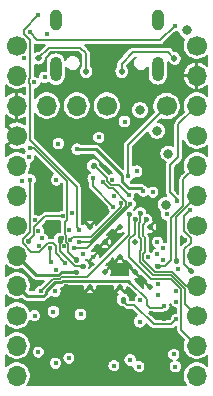
<source format=gbr>
%TF.GenerationSoftware,KiCad,Pcbnew,(5.1.6-0-10_14)*%
%TF.CreationDate,2022-02-28T20:49:00-06:00*%
%TF.ProjectId,Bonsai_C4,426f6e73-6169-45f4-9334-2e6b69636164,rev?*%
%TF.SameCoordinates,Original*%
%TF.FileFunction,Copper,L2,Inr*%
%TF.FilePolarity,Positive*%
%FSLAX46Y46*%
G04 Gerber Fmt 4.6, Leading zero omitted, Abs format (unit mm)*
G04 Created by KiCad (PCBNEW (5.1.6-0-10_14)) date 2022-02-28 20:49:00*
%MOMM*%
%LPD*%
G01*
G04 APERTURE LIST*
%TA.AperFunction,ViaPad*%
%ADD10O,1.000000X2.100000*%
%TD*%
%TA.AperFunction,ViaPad*%
%ADD11O,1.000000X1.800000*%
%TD*%
%TA.AperFunction,ViaPad*%
%ADD12C,0.500000*%
%TD*%
%TA.AperFunction,ViaPad*%
%ADD13C,0.400000*%
%TD*%
%TA.AperFunction,ViaPad*%
%ADD14C,1.700000*%
%TD*%
%TA.AperFunction,ViaPad*%
%ADD15O,1.700000X1.700000*%
%TD*%
%TA.AperFunction,ViaPad*%
%ADD16C,0.800000*%
%TD*%
%TA.AperFunction,ViaPad*%
%ADD17C,0.450000*%
%TD*%
%TA.AperFunction,Conductor*%
%ADD18C,0.250000*%
%TD*%
%TA.AperFunction,Conductor*%
%ADD19C,0.127000*%
%TD*%
%TA.AperFunction,Conductor*%
%ADD20C,0.190000*%
%TD*%
%TA.AperFunction,Conductor*%
%ADD21C,0.500000*%
%TD*%
%TA.AperFunction,Conductor*%
%ADD22C,0.450000*%
%TD*%
%TA.AperFunction,Conductor*%
%ADD23C,0.350000*%
%TD*%
%TA.AperFunction,Conductor*%
%ADD24C,0.100000*%
%TD*%
%TA.AperFunction,Conductor*%
%ADD25C,0.200000*%
%TD*%
G04 APERTURE END LIST*
D10*
%TO.N,Net-(FB1-Pad1)*%
%TO.C,J3*%
X111940000Y-101975000D03*
D11*
X111940000Y-97800000D03*
X103300000Y-97800000D03*
D10*
X103300000Y-101980000D03*
%TD*%
D12*
%TO.N,GND*%
%TO.C,U3*%
X106172000Y-120440000D03*
D13*
X106472000Y-117890000D03*
D12*
X106172000Y-115340000D03*
X107447000Y-119165000D03*
X107447000Y-116615000D03*
X108722000Y-120440000D03*
X108722000Y-117890000D03*
X108722000Y-115340000D03*
X109997000Y-119165000D03*
X109997000Y-116615000D03*
X111272000Y-120440000D03*
D13*
X111072000Y-117890000D03*
D12*
X111272000Y-115340000D03*
%TD*%
D14*
%TO.N,/PD3*%
%TO.C,J4*%
X100000000Y-100000000D03*
D15*
%TO.N,/PD2*%
X100000000Y-102540000D03*
%TO.N,GND*%
X100000000Y-105080000D03*
%TO.N,/PD0*%
X100000000Y-112700000D03*
%TO.N,/PD1*%
X100000000Y-110160000D03*
D14*
%TO.N,GND*%
X100000000Y-107620000D03*
%TO.N,/B10*%
X100000000Y-122860000D03*
D15*
%TO.N,/B8*%
X100000000Y-117780000D03*
D14*
%TO.N,/A4*%
X100000000Y-115240000D03*
D15*
%TO.N,/A8*%
X100000000Y-125400000D03*
%TO.N,/B0*%
X100000000Y-127940000D03*
%TO.N,/A3*%
X100000000Y-120320000D03*
%TD*%
D14*
%TO.N,+5V*%
%TO.C,J5*%
X115240000Y-100000000D03*
D15*
%TO.N,GND*%
X115240000Y-102540000D03*
%TO.N,/DFU*%
X115240000Y-105080000D03*
%TO.N,/A6*%
X115240000Y-112700000D03*
%TO.N,/A7*%
X115240000Y-110160000D03*
D14*
%TO.N,+3V3*%
X115240000Y-107620000D03*
%TO.N,/B14*%
X115240000Y-122860000D03*
D15*
%TO.N,/A1*%
X115240000Y-117780000D03*
D14*
%TO.N,/A5*%
X115240000Y-115240000D03*
D15*
%TO.N,/B15*%
X115240000Y-125400000D03*
%TO.N,/B1*%
X115240000Y-127940000D03*
%TO.N,/B13*%
X115240000Y-120320000D03*
%TD*%
%TO.N,/D+*%
%TO.C,J1*%
X102540000Y-105080000D03*
%TO.N,/D-*%
X105080000Y-105080000D03*
D14*
%TO.N,VBUS*%
X107620000Y-105080000D03*
%TD*%
%TO.N,/A10_5V*%
%TO.C,J2*%
X112680000Y-105120000D03*
%TD*%
D13*
%TO.N,GND*%
X113463000Y-111466000D03*
X101821000Y-102049000D03*
X113358000Y-100082000D03*
D16*
X106364000Y-106197000D03*
D13*
X109438000Y-122625000D03*
X109468000Y-121056000D03*
X105619000Y-110824000D03*
D17*
X102681784Y-108250856D03*
X113878955Y-110795454D03*
X114199761Y-116483619D03*
D13*
X101959000Y-113925000D03*
X113356000Y-102029000D03*
X111973168Y-115634990D03*
X103994000Y-116978000D03*
X112426990Y-123150000D03*
X106496761Y-122615239D03*
X106930000Y-124260000D03*
X106858000Y-125479000D03*
X108213000Y-125524000D03*
X104809000Y-106488000D03*
X103545000Y-106066000D03*
X110870000Y-102605000D03*
X104370000Y-102688000D03*
D16*
X103665309Y-103763691D03*
D13*
X102383010Y-111367990D03*
X101810000Y-100130000D03*
D16*
X112051988Y-109880000D03*
D13*
X108190000Y-124310000D03*
X105520000Y-126250000D03*
X105340000Y-127100000D03*
D17*
X103174436Y-115028510D03*
D13*
X104151137Y-120381137D03*
X101490000Y-120130000D03*
X105580000Y-113820000D03*
D17*
X110090000Y-128040000D03*
D13*
X111339084Y-122623084D03*
D16*
%TO.N,+5V*%
X114373000Y-98687000D03*
X111870000Y-107200000D03*
D17*
%TO.N,+3V3*%
X110400000Y-123368000D03*
D16*
X112636133Y-113460933D03*
D17*
X105398000Y-122757000D03*
D16*
X112830000Y-109130000D03*
D13*
X108188014Y-112750000D03*
X103353000Y-111368000D03*
X113290000Y-126140000D03*
D17*
X109612995Y-126607005D03*
D16*
%TO.N,Net-(D1-Pad2)*%
X110430000Y-105467000D03*
D17*
X108075768Y-111367469D03*
%TO.N,VBUS*%
X109120000Y-106420000D03*
X110142485Y-110625665D03*
D13*
%TO.N,/A3*%
X112459996Y-122030000D03*
%TO.N,Net-(J3-PadA5)*%
X113352000Y-101090000D03*
X108870000Y-102225000D03*
%TO.N,Net-(J3-PadB5)*%
X105870000Y-102225000D03*
X101821000Y-101079000D03*
%TO.N,/NRST*%
X108972000Y-121585000D03*
X113506737Y-123177344D03*
%TO.N,/BOOT0*%
X105589000Y-118638000D03*
X103818915Y-116250979D03*
%TO.N,/B0*%
X103280000Y-126890000D03*
X112411541Y-118130459D03*
%TO.N,/B1*%
X111899000Y-117640000D03*
%TO.N,/B2*%
X112405000Y-117141000D03*
X113443637Y-120733363D03*
X113611000Y-118916000D03*
X102160000Y-116314000D03*
X101500000Y-114790000D03*
%TO.N,/B7*%
X104989000Y-118140000D03*
X102350000Y-102670000D03*
D17*
X101140000Y-108670000D03*
D13*
X102580000Y-99030000D03*
X101490000Y-103110000D03*
%TO.N,/B6*%
X105574000Y-117640000D03*
X101024479Y-109410000D03*
D17*
X103227736Y-120790457D03*
D13*
X101150000Y-111339996D03*
X104108041Y-118386959D03*
%TO.N,/A10*%
X109480000Y-112660000D03*
X106500000Y-110110000D03*
%TO.N,/B13*%
X110971000Y-114706000D03*
%TO.N,/B9*%
X100410000Y-111440000D03*
%TO.N,/B15*%
X109971000Y-114705000D03*
%TO.N,/B8*%
X104992000Y-119139000D03*
%TO.N,/B14*%
X110471000Y-114180000D03*
%TO.N,/DFU*%
X114710243Y-119068635D03*
X113560000Y-113180020D03*
X114632509Y-113917501D03*
%TO.N,/B10*%
X111908000Y-116640000D03*
X100956000Y-116573000D03*
X103890000Y-114425020D03*
D17*
%TO.N,/A15*%
X101822000Y-97440000D03*
D13*
X105265808Y-115568672D03*
D17*
%TO.N,Net-(C12-Pad1)*%
X113359000Y-98304000D03*
X101081133Y-98877986D03*
X102841490Y-117148510D03*
X102911515Y-118302532D03*
D13*
X110330000Y-127170000D03*
D17*
X113430000Y-127170000D03*
D13*
X108220000Y-127090000D03*
%TO.N,/VBUS_DET*%
X111507000Y-112408000D03*
%TO.N,Net-(D3-Pad-)*%
X101504969Y-122852294D03*
X101823069Y-115659441D03*
D17*
%TO.N,Net-(D5-Pad1)*%
X103522000Y-108291000D03*
X105107000Y-108774000D03*
D13*
X110700000Y-112300000D03*
D17*
%TO.N,/A10_5V*%
X109420000Y-111030000D03*
D13*
%TO.N,/A8*%
X109471000Y-114209000D03*
X102021703Y-120780774D03*
%TO.N,/A4*%
X111969000Y-120139000D03*
%TO.N,/A6*%
X113506000Y-118201000D03*
%TO.N,/A7*%
X111903959Y-118651041D03*
%TO.N,/A0_FRAM_CS*%
X108180000Y-113660000D03*
X106440000Y-111240000D03*
X104640000Y-114181958D03*
X104452012Y-115600000D03*
X110469959Y-121494041D03*
%TO.N,/B3_SCK*%
X104410000Y-126465000D03*
X101820468Y-125940000D03*
X108830000Y-113360000D03*
X104545926Y-116409567D03*
%TO.N,/B4_MISO*%
X106940000Y-107770000D03*
X107260000Y-111530000D03*
X105284502Y-116639998D03*
D17*
%TO.N,/B12_FLASH_CS*%
X112692000Y-114284000D03*
%TO.N,/B5_MOSI*%
X103103000Y-122524000D03*
D13*
X109618712Y-113412783D03*
X104813161Y-117167550D03*
D17*
X103320000Y-118980000D03*
D13*
%TO.N,Net-(Q2-Pad6)*%
X101838000Y-116959000D03*
X111928000Y-121096000D03*
X113502001Y-121666000D03*
%TO.N,/PD2*%
X100650000Y-101060002D03*
%TD*%
D18*
%TO.N,/A3*%
X102446705Y-120763788D02*
X102446705Y-120984776D01*
X103203470Y-120007023D02*
X102446705Y-120763788D01*
X103883525Y-119898509D02*
X103775011Y-120007023D01*
X109611491Y-120060509D02*
X109449491Y-119898509D01*
X103775011Y-120007023D02*
X103203470Y-120007023D01*
X109449491Y-119898509D02*
X103883525Y-119898509D01*
X100885776Y-121205776D02*
X100000000Y-120320000D01*
X102225705Y-121205776D02*
X100885776Y-121205776D01*
X102446705Y-120984776D02*
X102225705Y-121205776D01*
D19*
X112259997Y-122229999D02*
X112459996Y-122030000D01*
X109611491Y-120060509D02*
X111031678Y-121480696D01*
X111031678Y-121480696D02*
X111031678Y-121959660D01*
X111031678Y-121959660D02*
X111302017Y-122229999D01*
X111302017Y-122229999D02*
X112259997Y-122229999D01*
D20*
%TO.N,Net-(J3-PadA5)*%
X108870000Y-102225000D02*
X108870000Y-101522000D01*
X108870000Y-101522000D02*
X109869000Y-100523000D01*
X112785000Y-100523000D02*
X113352000Y-101090000D01*
X109869000Y-100523000D02*
X112785000Y-100523000D01*
D21*
X113352000Y-101090000D02*
X113278500Y-101016500D01*
X108870000Y-102225000D02*
X108870000Y-102101000D01*
D19*
%TO.N,Net-(J3-PadB5)*%
X105870000Y-102225000D02*
X105870000Y-100648000D01*
X105870000Y-100648000D02*
X105377000Y-100155000D01*
X102745000Y-100155000D02*
X101821000Y-101079000D01*
X105377000Y-100155000D02*
X102745000Y-100155000D01*
D21*
X105870000Y-102225000D02*
X105870000Y-102154000D01*
X101821000Y-101079000D02*
X101865500Y-101034500D01*
D22*
%TO.N,/NRST*%
X108975000Y-121443750D02*
X108975000Y-121583250D01*
D19*
X111581000Y-123590000D02*
X113094081Y-123590000D01*
X109356000Y-121927000D02*
X109918000Y-121927000D01*
X109918000Y-121927000D02*
X111581000Y-123590000D01*
X113094081Y-123590000D02*
X113506737Y-123177344D01*
X108972000Y-121543000D02*
X109356000Y-121927000D01*
D23*
%TO.N,/BOOT0*%
X105589000Y-118638000D02*
X105590000Y-118638000D01*
D22*
X105589000Y-118637000D02*
X105508000Y-118637000D01*
D23*
X103626000Y-116317000D02*
X103626000Y-116315000D01*
D22*
X103626000Y-116509000D02*
X103626000Y-116315000D01*
D19*
X103618916Y-117341934D02*
X103618916Y-116450978D01*
X104914982Y-118638000D02*
X103618916Y-117341934D01*
X105589000Y-118638000D02*
X104914982Y-118638000D01*
D23*
X103626000Y-116315000D02*
X103754894Y-116315000D01*
D19*
X103618916Y-116450978D02*
X103818915Y-116250979D01*
D23*
X103754894Y-116315000D02*
X103818915Y-116250979D01*
%TO.N,/B7*%
X104989000Y-118140000D02*
X104990000Y-118140000D01*
D22*
X104989000Y-118140000D02*
X104989000Y-118045000D01*
D19*
X104182425Y-116584048D02*
X104182425Y-116072879D01*
X104182425Y-116072879D02*
X104063523Y-115953977D01*
X104063523Y-115953977D02*
X104063523Y-114954461D01*
X104063523Y-114954461D02*
X104253501Y-114764483D01*
X104357501Y-116759124D02*
X104182425Y-116584048D01*
X104253501Y-114764483D02*
X104253501Y-111465303D01*
X101458198Y-108670000D02*
X101140000Y-108670000D01*
X104253501Y-111465303D02*
X101458198Y-108670000D01*
X104989000Y-118140000D02*
X104357501Y-117508501D01*
X104357501Y-117508501D02*
X104357501Y-116759124D01*
D23*
%TO.N,/B6*%
X105574000Y-117640000D02*
X105575000Y-117639000D01*
D19*
X101096499Y-115769355D02*
X100500000Y-116365854D01*
X101150000Y-111339996D02*
X101096499Y-111393497D01*
X103280000Y-117558918D02*
X104108041Y-118386959D01*
X103060000Y-116710000D02*
X103280000Y-116930000D01*
X101890000Y-117450000D02*
X102630000Y-116710000D01*
X101096499Y-111393497D02*
X101096499Y-115769355D01*
X102630000Y-116710000D02*
X103060000Y-116710000D01*
X101212854Y-117450000D02*
X101890000Y-117450000D01*
X100500000Y-116365854D02*
X100500000Y-116737146D01*
X103280000Y-116930000D02*
X103280000Y-117558918D01*
X100500000Y-116737146D02*
X101212854Y-117450000D01*
D22*
%TO.N,/A10*%
X106475500Y-110217500D02*
X106434000Y-110176000D01*
X106434000Y-110176000D02*
X106500000Y-110110000D01*
D19*
X107958043Y-111805979D02*
X107623502Y-111471438D01*
X107623502Y-111233502D02*
X106500000Y-110110000D01*
X109480000Y-112660000D02*
X108625979Y-111805979D01*
X108625979Y-111805979D02*
X107958043Y-111805979D01*
X107623502Y-111471438D02*
X107623502Y-111233502D01*
D22*
%TO.N,/B13*%
X110971000Y-114706000D02*
X110971000Y-114707000D01*
D19*
X110971000Y-114882776D02*
X110971000Y-114706000D01*
X110837512Y-116233067D02*
X110704000Y-116099555D01*
X110704000Y-116099555D02*
X110704000Y-115149776D01*
X110670000Y-117630000D02*
X110837512Y-117462488D01*
X110704000Y-115149776D02*
X110971000Y-114882776D01*
X115240000Y-120320000D02*
X114327000Y-120320000D01*
X111660508Y-119130508D02*
X110670000Y-118140000D01*
X110670000Y-118140000D02*
X110670000Y-117630000D01*
X110837512Y-117462488D02*
X110837512Y-116233067D01*
X113137508Y-119130508D02*
X111660508Y-119130508D01*
X114327000Y-120320000D02*
X113137508Y-119130508D01*
D22*
%TO.N,/B15*%
X109971000Y-114705000D02*
X109970000Y-114704000D01*
D19*
X113922000Y-124082000D02*
X114390001Y-124550001D01*
X113922000Y-120632000D02*
X113922000Y-124082000D01*
X109971000Y-115955018D02*
X109533499Y-116392519D01*
X109971000Y-114705000D02*
X109971000Y-115955018D01*
X111395074Y-119746000D02*
X113036000Y-119746000D01*
X113036000Y-119746000D02*
X113922000Y-120632000D01*
X109533499Y-117884425D02*
X111395074Y-119746000D01*
X109533499Y-116392519D02*
X109533499Y-117884425D01*
X114390001Y-124550001D02*
X115240000Y-125400000D01*
D22*
%TO.N,/B8*%
X104992000Y-119139000D02*
X104991000Y-119140000D01*
D18*
X100000000Y-117780000D02*
X101650001Y-119430001D01*
X103516001Y-119430001D02*
X103806002Y-119140000D01*
X101650001Y-119430001D02*
X103516001Y-119430001D01*
X103806002Y-119140000D02*
X104991000Y-119140000D01*
D22*
%TO.N,/B14*%
X110471000Y-114180000D02*
X110470000Y-114180000D01*
D19*
X110510501Y-116368519D02*
X110510501Y-117283036D01*
X114212011Y-120572011D02*
X114212011Y-121832011D01*
X113061000Y-119421000D02*
X114212011Y-120572011D01*
X110431488Y-118319951D02*
X111532537Y-119421000D01*
X111532537Y-119421000D02*
X113061000Y-119421000D01*
X110376989Y-115014324D02*
X110376989Y-116235007D01*
X110431488Y-117362049D02*
X110431488Y-118319951D01*
X110376989Y-116235007D02*
X110510501Y-116368519D01*
X110471000Y-114920313D02*
X110376989Y-115014324D01*
X110510501Y-117283036D02*
X110431488Y-117362049D01*
X114212011Y-121832011D02*
X115240000Y-122860000D01*
X110471000Y-114180000D02*
X110471000Y-114920313D01*
%TO.N,/DFU*%
X112977000Y-112420000D02*
X113543615Y-112986615D01*
D22*
X114710243Y-119068635D02*
X114668804Y-119027196D01*
D19*
X113680000Y-109414000D02*
X112977000Y-110117000D01*
X113680000Y-106640000D02*
X113680000Y-109414000D01*
X115240000Y-105080000D02*
X113680000Y-106640000D01*
X112977000Y-110117000D02*
X112977000Y-112420000D01*
D24*
X113560000Y-113003000D02*
X113560000Y-113180020D01*
X113543615Y-112986615D02*
X113560000Y-113003000D01*
D19*
X114167000Y-118525392D02*
X114167000Y-117255000D01*
X114167000Y-117255000D02*
X114730000Y-116692000D01*
X114730000Y-116692000D02*
X114730000Y-116323000D01*
X114730000Y-116323000D02*
X114126499Y-115719499D01*
X114126499Y-115719499D02*
X114126499Y-114423511D01*
X114126499Y-114423511D02*
X114632509Y-113917501D01*
X114710243Y-119068635D02*
X114167000Y-118525392D01*
D22*
%TO.N,/B10*%
X100956000Y-116573000D02*
X100956000Y-116530000D01*
D19*
X102409980Y-114425020D02*
X103890000Y-114425020D01*
X100956000Y-116573000D02*
X101459559Y-116069441D01*
X101459559Y-115375441D02*
X102409980Y-114425020D01*
X101459559Y-116069441D02*
X101459559Y-115375441D01*
%TO.N,/A15*%
X101113501Y-103221483D02*
X101113501Y-107984519D01*
X101066499Y-102775519D02*
X101066499Y-103174481D01*
X101066499Y-103174481D02*
X101113501Y-103221483D01*
X101822000Y-97440000D02*
X100610000Y-98652000D01*
X101113501Y-107984519D02*
X105065809Y-111936827D01*
X101113501Y-102728517D02*
X101066499Y-102775519D01*
X100610000Y-98652000D02*
X100610000Y-99027000D01*
X101113501Y-99530501D02*
X101113501Y-102728517D01*
X105065809Y-115368673D02*
X105265808Y-115568672D01*
X105065809Y-111936827D02*
X105065809Y-115368673D01*
X100610000Y-99027000D02*
X101113501Y-99530501D01*
%TO.N,Net-(C12-Pad1)*%
X102841490Y-117148510D02*
X102841490Y-118232507D01*
X102841490Y-118232507D02*
X102911515Y-118302532D01*
X112139499Y-99523501D02*
X101726648Y-99523501D01*
X113359000Y-98304000D02*
X112139499Y-99523501D01*
X101726648Y-99523501D02*
X101081133Y-98877986D01*
D18*
%TO.N,Net-(D5-Pad1)*%
X108900000Y-110985000D02*
X108900000Y-111500000D01*
X106689000Y-108774000D02*
X108900000Y-110985000D01*
X105107000Y-108774000D02*
X106689000Y-108774000D01*
X110490000Y-112090000D02*
X110700000Y-112300000D01*
X109490000Y-112090000D02*
X110490000Y-112090000D01*
X108900000Y-111500000D02*
X109490000Y-112090000D01*
D19*
%TO.N,/A10_5V*%
X112680000Y-105120000D02*
X109420000Y-108380000D01*
X109420000Y-108380000D02*
X109420000Y-111030000D01*
D22*
%TO.N,/A8*%
X109471000Y-114209000D02*
X109472000Y-114208000D01*
D19*
X105944266Y-119590000D02*
X103784018Y-119590000D01*
X109471000Y-116063266D02*
X105944266Y-119590000D01*
X109471000Y-114209000D02*
X109471000Y-116063266D01*
X103655506Y-119718512D02*
X103083965Y-119718512D01*
X103784018Y-119590000D02*
X103655506Y-119718512D01*
X103083965Y-119718512D02*
X102021703Y-120780774D01*
D22*
%TO.N,/A6*%
X113506000Y-118201000D02*
X113506000Y-118144000D01*
D19*
X115240000Y-112700000D02*
X115240000Y-112739024D01*
X115240000Y-112739024D02*
X113506000Y-114473024D01*
X113506000Y-114473024D02*
X113506000Y-118201000D01*
%TO.N,/A7*%
X114103501Y-113554481D02*
X113067489Y-114590493D01*
X112560977Y-118651041D02*
X111903959Y-118651041D01*
X113067489Y-118144529D02*
X112560977Y-118651041D01*
X114103501Y-111296499D02*
X114103501Y-113554481D01*
X113067489Y-114590493D02*
X113067489Y-118144529D01*
X115240000Y-110160000D02*
X114103501Y-111296499D01*
D22*
X111905959Y-118651041D02*
X111903959Y-118651041D01*
X111915000Y-118642000D02*
X111905959Y-118651041D01*
D19*
%TO.N,/A5*%
X115240000Y-115240000D02*
X115240009Y-115239991D01*
%TO.N,/A0_FRAM_CS*%
X106440000Y-111920000D02*
X106440000Y-111240000D01*
X108180000Y-113660000D02*
X106440000Y-111920000D01*
%TO.N,/B3_SCK*%
X106242752Y-116230090D02*
X104725403Y-116230090D01*
X108830000Y-113360000D02*
X108830000Y-113642842D01*
X108830000Y-113642842D02*
X106242752Y-116230090D01*
X104725403Y-116230090D02*
X104545926Y-116409567D01*
%TO.N,/B4_MISO*%
X108140369Y-112082990D02*
X109255202Y-113197823D01*
X107260000Y-111530000D02*
X107812990Y-112082990D01*
X106161989Y-116639998D02*
X105284502Y-116639998D01*
X107812990Y-112082990D02*
X108140369Y-112082990D01*
X109255202Y-113546785D02*
X106161989Y-116639998D01*
X109255202Y-113197823D02*
X109255202Y-113546785D01*
%TO.N,/B5_MOSI*%
X109618712Y-113504317D02*
X105955479Y-117167550D01*
X109618712Y-113412783D02*
X109618712Y-113504317D01*
X105955479Y-117167550D02*
X104813161Y-117167550D01*
%TD*%
D25*
%TO.N,GND*%
G36*
X105565087Y-120443176D02*
G01*
X105577368Y-120561517D01*
X105612500Y-120675189D01*
X105665606Y-120774543D01*
X105786826Y-120786990D01*
X106133816Y-120440000D01*
X106119674Y-120425858D01*
X106157858Y-120387674D01*
X106172000Y-120401816D01*
X106186142Y-120387674D01*
X106224326Y-120425858D01*
X106210184Y-120440000D01*
X106557174Y-120786990D01*
X106678394Y-120774543D01*
X106733930Y-120669323D01*
X106767871Y-120555289D01*
X106778913Y-120436824D01*
X106772758Y-120377509D01*
X108121208Y-120377509D01*
X108115087Y-120443176D01*
X108127368Y-120561517D01*
X108162500Y-120675189D01*
X108215606Y-120774543D01*
X108336826Y-120786990D01*
X108683816Y-120440000D01*
X108669674Y-120425858D01*
X108707858Y-120387674D01*
X108722000Y-120401816D01*
X108736142Y-120387674D01*
X108774326Y-120425858D01*
X108760184Y-120440000D01*
X109107174Y-120786990D01*
X109228394Y-120774543D01*
X109283930Y-120669323D01*
X109317871Y-120555289D01*
X109327923Y-120447444D01*
X109344086Y-120460709D01*
X109427300Y-120505188D01*
X109482472Y-120521924D01*
X110070537Y-121109989D01*
X110039639Y-121140886D01*
X109979010Y-121231623D01*
X109937248Y-121332445D01*
X109915959Y-121439477D01*
X109915959Y-121507682D01*
X109897498Y-121509500D01*
X109554000Y-121509500D01*
X109554000Y-121415311D01*
X109545622Y-121330246D01*
X109512514Y-121221104D01*
X109458750Y-121120519D01*
X109386395Y-121032355D01*
X109298230Y-120960000D01*
X109197645Y-120906236D01*
X109088503Y-120873128D01*
X109064311Y-120870745D01*
X109068990Y-120825174D01*
X108722000Y-120478184D01*
X108375010Y-120825174D01*
X108387457Y-120946394D01*
X108492677Y-121001930D01*
X108571934Y-121025520D01*
X108563605Y-121032355D01*
X108491250Y-121120520D01*
X108437486Y-121221105D01*
X108404378Y-121330247D01*
X108396000Y-121415312D01*
X108396000Y-121611689D01*
X108404378Y-121696754D01*
X108437486Y-121805896D01*
X108491250Y-121906481D01*
X108563606Y-121994645D01*
X108651770Y-122067000D01*
X108752355Y-122120764D01*
X108861497Y-122153872D01*
X108975000Y-122165051D01*
X109001050Y-122162485D01*
X109046287Y-122207722D01*
X109059355Y-122223645D01*
X109075277Y-122236712D01*
X109075284Y-122236719D01*
X109107397Y-122263073D01*
X109122927Y-122275818D01*
X109195457Y-122314586D01*
X109250282Y-122331217D01*
X109274155Y-122338459D01*
X109282464Y-122339277D01*
X109335491Y-122344500D01*
X109335497Y-122344500D01*
X109355999Y-122346519D01*
X109376501Y-122344500D01*
X109745066Y-122344500D01*
X110217467Y-122816902D01*
X110125740Y-122854896D01*
X110030909Y-122918261D01*
X109950261Y-122998909D01*
X109886896Y-123093740D01*
X109843250Y-123199112D01*
X109821000Y-123310973D01*
X109821000Y-123425027D01*
X109843250Y-123536888D01*
X109886896Y-123642260D01*
X109950261Y-123737091D01*
X110030909Y-123817739D01*
X110125740Y-123881104D01*
X110231112Y-123924750D01*
X110342973Y-123947000D01*
X110457027Y-123947000D01*
X110568888Y-123924750D01*
X110674260Y-123881104D01*
X110769091Y-123817739D01*
X110849739Y-123737091D01*
X110913104Y-123642260D01*
X110951098Y-123550533D01*
X111271288Y-123870723D01*
X111284355Y-123886645D01*
X111300277Y-123899712D01*
X111300284Y-123899719D01*
X111341755Y-123933753D01*
X111347927Y-123938818D01*
X111420457Y-123977586D01*
X111499156Y-124001459D01*
X111560491Y-124007500D01*
X111560500Y-124007500D01*
X111580999Y-124009519D01*
X111601498Y-124007500D01*
X113073579Y-124007500D01*
X113094081Y-124009519D01*
X113114583Y-124007500D01*
X113114590Y-124007500D01*
X113175925Y-124001459D01*
X113254624Y-123977586D01*
X113327154Y-123938818D01*
X113390726Y-123886645D01*
X113403798Y-123870717D01*
X113504501Y-123770014D01*
X113504501Y-124061488D01*
X113502481Y-124082000D01*
X113510541Y-124163844D01*
X113534415Y-124242543D01*
X113573183Y-124315073D01*
X113612281Y-124362715D01*
X113612289Y-124362723D01*
X113625356Y-124378645D01*
X113641278Y-124391712D01*
X114145564Y-124895998D01*
X114082269Y-125048806D01*
X114036000Y-125281416D01*
X114036000Y-125518584D01*
X114082269Y-125751194D01*
X114173029Y-125970308D01*
X114304792Y-126167505D01*
X114472495Y-126335208D01*
X114669692Y-126466971D01*
X114888806Y-126557731D01*
X115121416Y-126604000D01*
X115358584Y-126604000D01*
X115591194Y-126557731D01*
X115810308Y-126466971D01*
X116007505Y-126335208D01*
X116131000Y-126211713D01*
X116131000Y-127128287D01*
X116007505Y-127004792D01*
X115810308Y-126873029D01*
X115591194Y-126782269D01*
X115358584Y-126736000D01*
X115121416Y-126736000D01*
X114888806Y-126782269D01*
X114669692Y-126873029D01*
X114472495Y-127004792D01*
X114304792Y-127172495D01*
X114173029Y-127369692D01*
X114082269Y-127588806D01*
X114036000Y-127821416D01*
X114036000Y-128058584D01*
X114082269Y-128291194D01*
X114173029Y-128510308D01*
X114304792Y-128707505D01*
X114357166Y-128759879D01*
X100883592Y-128759121D01*
X100935208Y-128707505D01*
X101066971Y-128510308D01*
X101157731Y-128291194D01*
X101204000Y-128058584D01*
X101204000Y-127821416D01*
X101157731Y-127588806D01*
X101066971Y-127369692D01*
X100935208Y-127172495D01*
X100767505Y-127004792D01*
X100570308Y-126873029D01*
X100479551Y-126835436D01*
X102726000Y-126835436D01*
X102726000Y-126944564D01*
X102747289Y-127051596D01*
X102789051Y-127152418D01*
X102849680Y-127243155D01*
X102926845Y-127320320D01*
X103017582Y-127380949D01*
X103118404Y-127422711D01*
X103225436Y-127444000D01*
X103334564Y-127444000D01*
X103441596Y-127422711D01*
X103542418Y-127380949D01*
X103633155Y-127320320D01*
X103710320Y-127243155D01*
X103770949Y-127152418D01*
X103812711Y-127051596D01*
X103815925Y-127035436D01*
X107666000Y-127035436D01*
X107666000Y-127144564D01*
X107687289Y-127251596D01*
X107729051Y-127352418D01*
X107789680Y-127443155D01*
X107866845Y-127520320D01*
X107957582Y-127580949D01*
X108058404Y-127622711D01*
X108165436Y-127644000D01*
X108274564Y-127644000D01*
X108381596Y-127622711D01*
X108482418Y-127580949D01*
X108573155Y-127520320D01*
X108650320Y-127443155D01*
X108710949Y-127352418D01*
X108752711Y-127251596D01*
X108774000Y-127144564D01*
X108774000Y-127035436D01*
X108752711Y-126928404D01*
X108710949Y-126827582D01*
X108650320Y-126736845D01*
X108573155Y-126659680D01*
X108482418Y-126599051D01*
X108381596Y-126557289D01*
X108344840Y-126549978D01*
X109033995Y-126549978D01*
X109033995Y-126664032D01*
X109056245Y-126775893D01*
X109099891Y-126881265D01*
X109163256Y-126976096D01*
X109243904Y-127056744D01*
X109338735Y-127120109D01*
X109444107Y-127163755D01*
X109555968Y-127186005D01*
X109670022Y-127186005D01*
X109776000Y-127164925D01*
X109776000Y-127224564D01*
X109797289Y-127331596D01*
X109839051Y-127432418D01*
X109899680Y-127523155D01*
X109976845Y-127600320D01*
X110067582Y-127660949D01*
X110168404Y-127702711D01*
X110275436Y-127724000D01*
X110384564Y-127724000D01*
X110491596Y-127702711D01*
X110592418Y-127660949D01*
X110683155Y-127600320D01*
X110760320Y-127523155D01*
X110820949Y-127432418D01*
X110862711Y-127331596D01*
X110884000Y-127224564D01*
X110884000Y-127115436D01*
X110862711Y-127008404D01*
X110820949Y-126907582D01*
X110760320Y-126816845D01*
X110683155Y-126739680D01*
X110592418Y-126679051D01*
X110491596Y-126637289D01*
X110384564Y-126616000D01*
X110275436Y-126616000D01*
X110191995Y-126632597D01*
X110191995Y-126549978D01*
X110169745Y-126438117D01*
X110126099Y-126332745D01*
X110062734Y-126237914D01*
X109982086Y-126157266D01*
X109887255Y-126093901D01*
X109866819Y-126085436D01*
X112736000Y-126085436D01*
X112736000Y-126194564D01*
X112757289Y-126301596D01*
X112799051Y-126402418D01*
X112859680Y-126493155D01*
X112936845Y-126570320D01*
X113027582Y-126630949D01*
X113128404Y-126672711D01*
X113131230Y-126673273D01*
X113060909Y-126720261D01*
X112980261Y-126800909D01*
X112916896Y-126895740D01*
X112873250Y-127001112D01*
X112851000Y-127112973D01*
X112851000Y-127227027D01*
X112873250Y-127338888D01*
X112916896Y-127444260D01*
X112980261Y-127539091D01*
X113060909Y-127619739D01*
X113155740Y-127683104D01*
X113261112Y-127726750D01*
X113372973Y-127749000D01*
X113487027Y-127749000D01*
X113598888Y-127726750D01*
X113704260Y-127683104D01*
X113799091Y-127619739D01*
X113879739Y-127539091D01*
X113943104Y-127444260D01*
X113986750Y-127338888D01*
X114009000Y-127227027D01*
X114009000Y-127112973D01*
X113986750Y-127001112D01*
X113943104Y-126895740D01*
X113879739Y-126800909D01*
X113799091Y-126720261D01*
X113704260Y-126656896D01*
X113598888Y-126613250D01*
X113583490Y-126610187D01*
X113643155Y-126570320D01*
X113720320Y-126493155D01*
X113780949Y-126402418D01*
X113822711Y-126301596D01*
X113844000Y-126194564D01*
X113844000Y-126085436D01*
X113822711Y-125978404D01*
X113780949Y-125877582D01*
X113720320Y-125786845D01*
X113643155Y-125709680D01*
X113552418Y-125649051D01*
X113451596Y-125607289D01*
X113344564Y-125586000D01*
X113235436Y-125586000D01*
X113128404Y-125607289D01*
X113027582Y-125649051D01*
X112936845Y-125709680D01*
X112859680Y-125786845D01*
X112799051Y-125877582D01*
X112757289Y-125978404D01*
X112736000Y-126085436D01*
X109866819Y-126085436D01*
X109781883Y-126050255D01*
X109670022Y-126028005D01*
X109555968Y-126028005D01*
X109444107Y-126050255D01*
X109338735Y-126093901D01*
X109243904Y-126157266D01*
X109163256Y-126237914D01*
X109099891Y-126332745D01*
X109056245Y-126438117D01*
X109033995Y-126549978D01*
X108344840Y-126549978D01*
X108274564Y-126536000D01*
X108165436Y-126536000D01*
X108058404Y-126557289D01*
X107957582Y-126599051D01*
X107866845Y-126659680D01*
X107789680Y-126736845D01*
X107729051Y-126827582D01*
X107687289Y-126928404D01*
X107666000Y-127035436D01*
X103815925Y-127035436D01*
X103834000Y-126944564D01*
X103834000Y-126835436D01*
X103812711Y-126728404D01*
X103770949Y-126627582D01*
X103710320Y-126536845D01*
X103633155Y-126459680D01*
X103559457Y-126410436D01*
X103856000Y-126410436D01*
X103856000Y-126519564D01*
X103877289Y-126626596D01*
X103919051Y-126727418D01*
X103979680Y-126818155D01*
X104056845Y-126895320D01*
X104147582Y-126955949D01*
X104248404Y-126997711D01*
X104355436Y-127019000D01*
X104464564Y-127019000D01*
X104571596Y-126997711D01*
X104672418Y-126955949D01*
X104763155Y-126895320D01*
X104840320Y-126818155D01*
X104900949Y-126727418D01*
X104942711Y-126626596D01*
X104964000Y-126519564D01*
X104964000Y-126410436D01*
X104942711Y-126303404D01*
X104900949Y-126202582D01*
X104840320Y-126111845D01*
X104763155Y-126034680D01*
X104672418Y-125974051D01*
X104571596Y-125932289D01*
X104464564Y-125911000D01*
X104355436Y-125911000D01*
X104248404Y-125932289D01*
X104147582Y-125974051D01*
X104056845Y-126034680D01*
X103979680Y-126111845D01*
X103919051Y-126202582D01*
X103877289Y-126303404D01*
X103856000Y-126410436D01*
X103559457Y-126410436D01*
X103542418Y-126399051D01*
X103441596Y-126357289D01*
X103334564Y-126336000D01*
X103225436Y-126336000D01*
X103118404Y-126357289D01*
X103017582Y-126399051D01*
X102926845Y-126459680D01*
X102849680Y-126536845D01*
X102789051Y-126627582D01*
X102747289Y-126728404D01*
X102726000Y-126835436D01*
X100479551Y-126835436D01*
X100351194Y-126782269D01*
X100118584Y-126736000D01*
X99881416Y-126736000D01*
X99648806Y-126782269D01*
X99429692Y-126873029D01*
X99232495Y-127004792D01*
X99109000Y-127128287D01*
X99109000Y-126211713D01*
X99232495Y-126335208D01*
X99429692Y-126466971D01*
X99648806Y-126557731D01*
X99881416Y-126604000D01*
X100118584Y-126604000D01*
X100351194Y-126557731D01*
X100570308Y-126466971D01*
X100767505Y-126335208D01*
X100935208Y-126167505D01*
X101066971Y-125970308D01*
X101102126Y-125885436D01*
X101266468Y-125885436D01*
X101266468Y-125994564D01*
X101287757Y-126101596D01*
X101329519Y-126202418D01*
X101390148Y-126293155D01*
X101467313Y-126370320D01*
X101558050Y-126430949D01*
X101658872Y-126472711D01*
X101765904Y-126494000D01*
X101875032Y-126494000D01*
X101982064Y-126472711D01*
X102082886Y-126430949D01*
X102173623Y-126370320D01*
X102250788Y-126293155D01*
X102311417Y-126202418D01*
X102353179Y-126101596D01*
X102374468Y-125994564D01*
X102374468Y-125885436D01*
X102353179Y-125778404D01*
X102311417Y-125677582D01*
X102250788Y-125586845D01*
X102173623Y-125509680D01*
X102082886Y-125449051D01*
X101982064Y-125407289D01*
X101875032Y-125386000D01*
X101765904Y-125386000D01*
X101658872Y-125407289D01*
X101558050Y-125449051D01*
X101467313Y-125509680D01*
X101390148Y-125586845D01*
X101329519Y-125677582D01*
X101287757Y-125778404D01*
X101266468Y-125885436D01*
X101102126Y-125885436D01*
X101157731Y-125751194D01*
X101204000Y-125518584D01*
X101204000Y-125281416D01*
X101157731Y-125048806D01*
X101066971Y-124829692D01*
X100935208Y-124632495D01*
X100767505Y-124464792D01*
X100570308Y-124333029D01*
X100351194Y-124242269D01*
X100118584Y-124196000D01*
X99881416Y-124196000D01*
X99648806Y-124242269D01*
X99429692Y-124333029D01*
X99232495Y-124464792D01*
X99109000Y-124588287D01*
X99109000Y-123671713D01*
X99232495Y-123795208D01*
X99429692Y-123926971D01*
X99648806Y-124017731D01*
X99881416Y-124064000D01*
X100118584Y-124064000D01*
X100351194Y-124017731D01*
X100570308Y-123926971D01*
X100767505Y-123795208D01*
X100935208Y-123627505D01*
X101066971Y-123430308D01*
X101135080Y-123265880D01*
X101151814Y-123282614D01*
X101242551Y-123343243D01*
X101343373Y-123385005D01*
X101450405Y-123406294D01*
X101559533Y-123406294D01*
X101666565Y-123385005D01*
X101767387Y-123343243D01*
X101858124Y-123282614D01*
X101935289Y-123205449D01*
X101995918Y-123114712D01*
X102037680Y-123013890D01*
X102058969Y-122906858D01*
X102058969Y-122797730D01*
X102037680Y-122690698D01*
X101995918Y-122589876D01*
X101935289Y-122499139D01*
X101903123Y-122466973D01*
X102524000Y-122466973D01*
X102524000Y-122581027D01*
X102546250Y-122692888D01*
X102589896Y-122798260D01*
X102653261Y-122893091D01*
X102733909Y-122973739D01*
X102828740Y-123037104D01*
X102934112Y-123080750D01*
X103045973Y-123103000D01*
X103160027Y-123103000D01*
X103271888Y-123080750D01*
X103377260Y-123037104D01*
X103472091Y-122973739D01*
X103552739Y-122893091D01*
X103616104Y-122798260D01*
X103656815Y-122699973D01*
X104819000Y-122699973D01*
X104819000Y-122814027D01*
X104841250Y-122925888D01*
X104884896Y-123031260D01*
X104948261Y-123126091D01*
X105028909Y-123206739D01*
X105123740Y-123270104D01*
X105229112Y-123313750D01*
X105340973Y-123336000D01*
X105455027Y-123336000D01*
X105566888Y-123313750D01*
X105672260Y-123270104D01*
X105767091Y-123206739D01*
X105847739Y-123126091D01*
X105911104Y-123031260D01*
X105954750Y-122925888D01*
X105977000Y-122814027D01*
X105977000Y-122699973D01*
X105954750Y-122588112D01*
X105911104Y-122482740D01*
X105847739Y-122387909D01*
X105767091Y-122307261D01*
X105672260Y-122243896D01*
X105566888Y-122200250D01*
X105455027Y-122178000D01*
X105340973Y-122178000D01*
X105229112Y-122200250D01*
X105123740Y-122243896D01*
X105028909Y-122307261D01*
X104948261Y-122387909D01*
X104884896Y-122482740D01*
X104841250Y-122588112D01*
X104819000Y-122699973D01*
X103656815Y-122699973D01*
X103659750Y-122692888D01*
X103682000Y-122581027D01*
X103682000Y-122466973D01*
X103659750Y-122355112D01*
X103616104Y-122249740D01*
X103552739Y-122154909D01*
X103472091Y-122074261D01*
X103377260Y-122010896D01*
X103271888Y-121967250D01*
X103160027Y-121945000D01*
X103045973Y-121945000D01*
X102934112Y-121967250D01*
X102828740Y-122010896D01*
X102733909Y-122074261D01*
X102653261Y-122154909D01*
X102589896Y-122249740D01*
X102546250Y-122355112D01*
X102524000Y-122466973D01*
X101903123Y-122466973D01*
X101858124Y-122421974D01*
X101767387Y-122361345D01*
X101666565Y-122319583D01*
X101559533Y-122298294D01*
X101450405Y-122298294D01*
X101343373Y-122319583D01*
X101242551Y-122361345D01*
X101151814Y-122421974D01*
X101130565Y-122443223D01*
X101066971Y-122289692D01*
X100935208Y-122092495D01*
X100767505Y-121924792D01*
X100570308Y-121793029D01*
X100351194Y-121702269D01*
X100118584Y-121656000D01*
X99881416Y-121656000D01*
X99648806Y-121702269D01*
X99429692Y-121793029D01*
X99232495Y-121924792D01*
X99109000Y-122048287D01*
X99109000Y-121131713D01*
X99232495Y-121255208D01*
X99429692Y-121386971D01*
X99648806Y-121477731D01*
X99881416Y-121524000D01*
X100118584Y-121524000D01*
X100351194Y-121477731D01*
X100442501Y-121439910D01*
X100530438Y-121527846D01*
X100545433Y-121546119D01*
X100563705Y-121561114D01*
X100563706Y-121561115D01*
X100618369Y-121605976D01*
X100663980Y-121630355D01*
X100701584Y-121650455D01*
X100791876Y-121677845D01*
X100862250Y-121684776D01*
X100862254Y-121684776D01*
X100885775Y-121687093D01*
X100909296Y-121684776D01*
X102202182Y-121684776D01*
X102225705Y-121687093D01*
X102249228Y-121684776D01*
X102249231Y-121684776D01*
X102319605Y-121677845D01*
X102409897Y-121650455D01*
X102493110Y-121605976D01*
X102566048Y-121546119D01*
X102581052Y-121527836D01*
X102768765Y-121340123D01*
X102787048Y-121325119D01*
X102835504Y-121266074D01*
X102846905Y-121252182D01*
X102855169Y-121236720D01*
X102858645Y-121240196D01*
X102953476Y-121303561D01*
X103058848Y-121347207D01*
X103170709Y-121369457D01*
X103284763Y-121369457D01*
X103396624Y-121347207D01*
X103501996Y-121303561D01*
X103596827Y-121240196D01*
X103677475Y-121159548D01*
X103740840Y-121064717D01*
X103784486Y-120959345D01*
X103806736Y-120847484D01*
X103806736Y-120825174D01*
X105825010Y-120825174D01*
X105837457Y-120946394D01*
X105942677Y-121001930D01*
X106056711Y-121035871D01*
X106175176Y-121046913D01*
X106293517Y-121034632D01*
X106407189Y-120999500D01*
X106506543Y-120946394D01*
X106518990Y-120825174D01*
X106172000Y-120478184D01*
X105825010Y-120825174D01*
X103806736Y-120825174D01*
X103806736Y-120733430D01*
X103784486Y-120621569D01*
X103740840Y-120516197D01*
X103720678Y-120486023D01*
X103751488Y-120486023D01*
X103775011Y-120488340D01*
X103798534Y-120486023D01*
X103798537Y-120486023D01*
X103868911Y-120479092D01*
X103959203Y-120451702D01*
X104042416Y-120407223D01*
X104078624Y-120377509D01*
X105571208Y-120377509D01*
X105565087Y-120443176D01*
G37*
X105565087Y-120443176D02*
X105577368Y-120561517D01*
X105612500Y-120675189D01*
X105665606Y-120774543D01*
X105786826Y-120786990D01*
X106133816Y-120440000D01*
X106119674Y-120425858D01*
X106157858Y-120387674D01*
X106172000Y-120401816D01*
X106186142Y-120387674D01*
X106224326Y-120425858D01*
X106210184Y-120440000D01*
X106557174Y-120786990D01*
X106678394Y-120774543D01*
X106733930Y-120669323D01*
X106767871Y-120555289D01*
X106778913Y-120436824D01*
X106772758Y-120377509D01*
X108121208Y-120377509D01*
X108115087Y-120443176D01*
X108127368Y-120561517D01*
X108162500Y-120675189D01*
X108215606Y-120774543D01*
X108336826Y-120786990D01*
X108683816Y-120440000D01*
X108669674Y-120425858D01*
X108707858Y-120387674D01*
X108722000Y-120401816D01*
X108736142Y-120387674D01*
X108774326Y-120425858D01*
X108760184Y-120440000D01*
X109107174Y-120786990D01*
X109228394Y-120774543D01*
X109283930Y-120669323D01*
X109317871Y-120555289D01*
X109327923Y-120447444D01*
X109344086Y-120460709D01*
X109427300Y-120505188D01*
X109482472Y-120521924D01*
X110070537Y-121109989D01*
X110039639Y-121140886D01*
X109979010Y-121231623D01*
X109937248Y-121332445D01*
X109915959Y-121439477D01*
X109915959Y-121507682D01*
X109897498Y-121509500D01*
X109554000Y-121509500D01*
X109554000Y-121415311D01*
X109545622Y-121330246D01*
X109512514Y-121221104D01*
X109458750Y-121120519D01*
X109386395Y-121032355D01*
X109298230Y-120960000D01*
X109197645Y-120906236D01*
X109088503Y-120873128D01*
X109064311Y-120870745D01*
X109068990Y-120825174D01*
X108722000Y-120478184D01*
X108375010Y-120825174D01*
X108387457Y-120946394D01*
X108492677Y-121001930D01*
X108571934Y-121025520D01*
X108563605Y-121032355D01*
X108491250Y-121120520D01*
X108437486Y-121221105D01*
X108404378Y-121330247D01*
X108396000Y-121415312D01*
X108396000Y-121611689D01*
X108404378Y-121696754D01*
X108437486Y-121805896D01*
X108491250Y-121906481D01*
X108563606Y-121994645D01*
X108651770Y-122067000D01*
X108752355Y-122120764D01*
X108861497Y-122153872D01*
X108975000Y-122165051D01*
X109001050Y-122162485D01*
X109046287Y-122207722D01*
X109059355Y-122223645D01*
X109075277Y-122236712D01*
X109075284Y-122236719D01*
X109107397Y-122263073D01*
X109122927Y-122275818D01*
X109195457Y-122314586D01*
X109250282Y-122331217D01*
X109274155Y-122338459D01*
X109282464Y-122339277D01*
X109335491Y-122344500D01*
X109335497Y-122344500D01*
X109355999Y-122346519D01*
X109376501Y-122344500D01*
X109745066Y-122344500D01*
X110217467Y-122816902D01*
X110125740Y-122854896D01*
X110030909Y-122918261D01*
X109950261Y-122998909D01*
X109886896Y-123093740D01*
X109843250Y-123199112D01*
X109821000Y-123310973D01*
X109821000Y-123425027D01*
X109843250Y-123536888D01*
X109886896Y-123642260D01*
X109950261Y-123737091D01*
X110030909Y-123817739D01*
X110125740Y-123881104D01*
X110231112Y-123924750D01*
X110342973Y-123947000D01*
X110457027Y-123947000D01*
X110568888Y-123924750D01*
X110674260Y-123881104D01*
X110769091Y-123817739D01*
X110849739Y-123737091D01*
X110913104Y-123642260D01*
X110951098Y-123550533D01*
X111271288Y-123870723D01*
X111284355Y-123886645D01*
X111300277Y-123899712D01*
X111300284Y-123899719D01*
X111341755Y-123933753D01*
X111347927Y-123938818D01*
X111420457Y-123977586D01*
X111499156Y-124001459D01*
X111560491Y-124007500D01*
X111560500Y-124007500D01*
X111580999Y-124009519D01*
X111601498Y-124007500D01*
X113073579Y-124007500D01*
X113094081Y-124009519D01*
X113114583Y-124007500D01*
X113114590Y-124007500D01*
X113175925Y-124001459D01*
X113254624Y-123977586D01*
X113327154Y-123938818D01*
X113390726Y-123886645D01*
X113403798Y-123870717D01*
X113504501Y-123770014D01*
X113504501Y-124061488D01*
X113502481Y-124082000D01*
X113510541Y-124163844D01*
X113534415Y-124242543D01*
X113573183Y-124315073D01*
X113612281Y-124362715D01*
X113612289Y-124362723D01*
X113625356Y-124378645D01*
X113641278Y-124391712D01*
X114145564Y-124895998D01*
X114082269Y-125048806D01*
X114036000Y-125281416D01*
X114036000Y-125518584D01*
X114082269Y-125751194D01*
X114173029Y-125970308D01*
X114304792Y-126167505D01*
X114472495Y-126335208D01*
X114669692Y-126466971D01*
X114888806Y-126557731D01*
X115121416Y-126604000D01*
X115358584Y-126604000D01*
X115591194Y-126557731D01*
X115810308Y-126466971D01*
X116007505Y-126335208D01*
X116131000Y-126211713D01*
X116131000Y-127128287D01*
X116007505Y-127004792D01*
X115810308Y-126873029D01*
X115591194Y-126782269D01*
X115358584Y-126736000D01*
X115121416Y-126736000D01*
X114888806Y-126782269D01*
X114669692Y-126873029D01*
X114472495Y-127004792D01*
X114304792Y-127172495D01*
X114173029Y-127369692D01*
X114082269Y-127588806D01*
X114036000Y-127821416D01*
X114036000Y-128058584D01*
X114082269Y-128291194D01*
X114173029Y-128510308D01*
X114304792Y-128707505D01*
X114357166Y-128759879D01*
X100883592Y-128759121D01*
X100935208Y-128707505D01*
X101066971Y-128510308D01*
X101157731Y-128291194D01*
X101204000Y-128058584D01*
X101204000Y-127821416D01*
X101157731Y-127588806D01*
X101066971Y-127369692D01*
X100935208Y-127172495D01*
X100767505Y-127004792D01*
X100570308Y-126873029D01*
X100479551Y-126835436D01*
X102726000Y-126835436D01*
X102726000Y-126944564D01*
X102747289Y-127051596D01*
X102789051Y-127152418D01*
X102849680Y-127243155D01*
X102926845Y-127320320D01*
X103017582Y-127380949D01*
X103118404Y-127422711D01*
X103225436Y-127444000D01*
X103334564Y-127444000D01*
X103441596Y-127422711D01*
X103542418Y-127380949D01*
X103633155Y-127320320D01*
X103710320Y-127243155D01*
X103770949Y-127152418D01*
X103812711Y-127051596D01*
X103815925Y-127035436D01*
X107666000Y-127035436D01*
X107666000Y-127144564D01*
X107687289Y-127251596D01*
X107729051Y-127352418D01*
X107789680Y-127443155D01*
X107866845Y-127520320D01*
X107957582Y-127580949D01*
X108058404Y-127622711D01*
X108165436Y-127644000D01*
X108274564Y-127644000D01*
X108381596Y-127622711D01*
X108482418Y-127580949D01*
X108573155Y-127520320D01*
X108650320Y-127443155D01*
X108710949Y-127352418D01*
X108752711Y-127251596D01*
X108774000Y-127144564D01*
X108774000Y-127035436D01*
X108752711Y-126928404D01*
X108710949Y-126827582D01*
X108650320Y-126736845D01*
X108573155Y-126659680D01*
X108482418Y-126599051D01*
X108381596Y-126557289D01*
X108344840Y-126549978D01*
X109033995Y-126549978D01*
X109033995Y-126664032D01*
X109056245Y-126775893D01*
X109099891Y-126881265D01*
X109163256Y-126976096D01*
X109243904Y-127056744D01*
X109338735Y-127120109D01*
X109444107Y-127163755D01*
X109555968Y-127186005D01*
X109670022Y-127186005D01*
X109776000Y-127164925D01*
X109776000Y-127224564D01*
X109797289Y-127331596D01*
X109839051Y-127432418D01*
X109899680Y-127523155D01*
X109976845Y-127600320D01*
X110067582Y-127660949D01*
X110168404Y-127702711D01*
X110275436Y-127724000D01*
X110384564Y-127724000D01*
X110491596Y-127702711D01*
X110592418Y-127660949D01*
X110683155Y-127600320D01*
X110760320Y-127523155D01*
X110820949Y-127432418D01*
X110862711Y-127331596D01*
X110884000Y-127224564D01*
X110884000Y-127115436D01*
X110862711Y-127008404D01*
X110820949Y-126907582D01*
X110760320Y-126816845D01*
X110683155Y-126739680D01*
X110592418Y-126679051D01*
X110491596Y-126637289D01*
X110384564Y-126616000D01*
X110275436Y-126616000D01*
X110191995Y-126632597D01*
X110191995Y-126549978D01*
X110169745Y-126438117D01*
X110126099Y-126332745D01*
X110062734Y-126237914D01*
X109982086Y-126157266D01*
X109887255Y-126093901D01*
X109866819Y-126085436D01*
X112736000Y-126085436D01*
X112736000Y-126194564D01*
X112757289Y-126301596D01*
X112799051Y-126402418D01*
X112859680Y-126493155D01*
X112936845Y-126570320D01*
X113027582Y-126630949D01*
X113128404Y-126672711D01*
X113131230Y-126673273D01*
X113060909Y-126720261D01*
X112980261Y-126800909D01*
X112916896Y-126895740D01*
X112873250Y-127001112D01*
X112851000Y-127112973D01*
X112851000Y-127227027D01*
X112873250Y-127338888D01*
X112916896Y-127444260D01*
X112980261Y-127539091D01*
X113060909Y-127619739D01*
X113155740Y-127683104D01*
X113261112Y-127726750D01*
X113372973Y-127749000D01*
X113487027Y-127749000D01*
X113598888Y-127726750D01*
X113704260Y-127683104D01*
X113799091Y-127619739D01*
X113879739Y-127539091D01*
X113943104Y-127444260D01*
X113986750Y-127338888D01*
X114009000Y-127227027D01*
X114009000Y-127112973D01*
X113986750Y-127001112D01*
X113943104Y-126895740D01*
X113879739Y-126800909D01*
X113799091Y-126720261D01*
X113704260Y-126656896D01*
X113598888Y-126613250D01*
X113583490Y-126610187D01*
X113643155Y-126570320D01*
X113720320Y-126493155D01*
X113780949Y-126402418D01*
X113822711Y-126301596D01*
X113844000Y-126194564D01*
X113844000Y-126085436D01*
X113822711Y-125978404D01*
X113780949Y-125877582D01*
X113720320Y-125786845D01*
X113643155Y-125709680D01*
X113552418Y-125649051D01*
X113451596Y-125607289D01*
X113344564Y-125586000D01*
X113235436Y-125586000D01*
X113128404Y-125607289D01*
X113027582Y-125649051D01*
X112936845Y-125709680D01*
X112859680Y-125786845D01*
X112799051Y-125877582D01*
X112757289Y-125978404D01*
X112736000Y-126085436D01*
X109866819Y-126085436D01*
X109781883Y-126050255D01*
X109670022Y-126028005D01*
X109555968Y-126028005D01*
X109444107Y-126050255D01*
X109338735Y-126093901D01*
X109243904Y-126157266D01*
X109163256Y-126237914D01*
X109099891Y-126332745D01*
X109056245Y-126438117D01*
X109033995Y-126549978D01*
X108344840Y-126549978D01*
X108274564Y-126536000D01*
X108165436Y-126536000D01*
X108058404Y-126557289D01*
X107957582Y-126599051D01*
X107866845Y-126659680D01*
X107789680Y-126736845D01*
X107729051Y-126827582D01*
X107687289Y-126928404D01*
X107666000Y-127035436D01*
X103815925Y-127035436D01*
X103834000Y-126944564D01*
X103834000Y-126835436D01*
X103812711Y-126728404D01*
X103770949Y-126627582D01*
X103710320Y-126536845D01*
X103633155Y-126459680D01*
X103559457Y-126410436D01*
X103856000Y-126410436D01*
X103856000Y-126519564D01*
X103877289Y-126626596D01*
X103919051Y-126727418D01*
X103979680Y-126818155D01*
X104056845Y-126895320D01*
X104147582Y-126955949D01*
X104248404Y-126997711D01*
X104355436Y-127019000D01*
X104464564Y-127019000D01*
X104571596Y-126997711D01*
X104672418Y-126955949D01*
X104763155Y-126895320D01*
X104840320Y-126818155D01*
X104900949Y-126727418D01*
X104942711Y-126626596D01*
X104964000Y-126519564D01*
X104964000Y-126410436D01*
X104942711Y-126303404D01*
X104900949Y-126202582D01*
X104840320Y-126111845D01*
X104763155Y-126034680D01*
X104672418Y-125974051D01*
X104571596Y-125932289D01*
X104464564Y-125911000D01*
X104355436Y-125911000D01*
X104248404Y-125932289D01*
X104147582Y-125974051D01*
X104056845Y-126034680D01*
X103979680Y-126111845D01*
X103919051Y-126202582D01*
X103877289Y-126303404D01*
X103856000Y-126410436D01*
X103559457Y-126410436D01*
X103542418Y-126399051D01*
X103441596Y-126357289D01*
X103334564Y-126336000D01*
X103225436Y-126336000D01*
X103118404Y-126357289D01*
X103017582Y-126399051D01*
X102926845Y-126459680D01*
X102849680Y-126536845D01*
X102789051Y-126627582D01*
X102747289Y-126728404D01*
X102726000Y-126835436D01*
X100479551Y-126835436D01*
X100351194Y-126782269D01*
X100118584Y-126736000D01*
X99881416Y-126736000D01*
X99648806Y-126782269D01*
X99429692Y-126873029D01*
X99232495Y-127004792D01*
X99109000Y-127128287D01*
X99109000Y-126211713D01*
X99232495Y-126335208D01*
X99429692Y-126466971D01*
X99648806Y-126557731D01*
X99881416Y-126604000D01*
X100118584Y-126604000D01*
X100351194Y-126557731D01*
X100570308Y-126466971D01*
X100767505Y-126335208D01*
X100935208Y-126167505D01*
X101066971Y-125970308D01*
X101102126Y-125885436D01*
X101266468Y-125885436D01*
X101266468Y-125994564D01*
X101287757Y-126101596D01*
X101329519Y-126202418D01*
X101390148Y-126293155D01*
X101467313Y-126370320D01*
X101558050Y-126430949D01*
X101658872Y-126472711D01*
X101765904Y-126494000D01*
X101875032Y-126494000D01*
X101982064Y-126472711D01*
X102082886Y-126430949D01*
X102173623Y-126370320D01*
X102250788Y-126293155D01*
X102311417Y-126202418D01*
X102353179Y-126101596D01*
X102374468Y-125994564D01*
X102374468Y-125885436D01*
X102353179Y-125778404D01*
X102311417Y-125677582D01*
X102250788Y-125586845D01*
X102173623Y-125509680D01*
X102082886Y-125449051D01*
X101982064Y-125407289D01*
X101875032Y-125386000D01*
X101765904Y-125386000D01*
X101658872Y-125407289D01*
X101558050Y-125449051D01*
X101467313Y-125509680D01*
X101390148Y-125586845D01*
X101329519Y-125677582D01*
X101287757Y-125778404D01*
X101266468Y-125885436D01*
X101102126Y-125885436D01*
X101157731Y-125751194D01*
X101204000Y-125518584D01*
X101204000Y-125281416D01*
X101157731Y-125048806D01*
X101066971Y-124829692D01*
X100935208Y-124632495D01*
X100767505Y-124464792D01*
X100570308Y-124333029D01*
X100351194Y-124242269D01*
X100118584Y-124196000D01*
X99881416Y-124196000D01*
X99648806Y-124242269D01*
X99429692Y-124333029D01*
X99232495Y-124464792D01*
X99109000Y-124588287D01*
X99109000Y-123671713D01*
X99232495Y-123795208D01*
X99429692Y-123926971D01*
X99648806Y-124017731D01*
X99881416Y-124064000D01*
X100118584Y-124064000D01*
X100351194Y-124017731D01*
X100570308Y-123926971D01*
X100767505Y-123795208D01*
X100935208Y-123627505D01*
X101066971Y-123430308D01*
X101135080Y-123265880D01*
X101151814Y-123282614D01*
X101242551Y-123343243D01*
X101343373Y-123385005D01*
X101450405Y-123406294D01*
X101559533Y-123406294D01*
X101666565Y-123385005D01*
X101767387Y-123343243D01*
X101858124Y-123282614D01*
X101935289Y-123205449D01*
X101995918Y-123114712D01*
X102037680Y-123013890D01*
X102058969Y-122906858D01*
X102058969Y-122797730D01*
X102037680Y-122690698D01*
X101995918Y-122589876D01*
X101935289Y-122499139D01*
X101903123Y-122466973D01*
X102524000Y-122466973D01*
X102524000Y-122581027D01*
X102546250Y-122692888D01*
X102589896Y-122798260D01*
X102653261Y-122893091D01*
X102733909Y-122973739D01*
X102828740Y-123037104D01*
X102934112Y-123080750D01*
X103045973Y-123103000D01*
X103160027Y-123103000D01*
X103271888Y-123080750D01*
X103377260Y-123037104D01*
X103472091Y-122973739D01*
X103552739Y-122893091D01*
X103616104Y-122798260D01*
X103656815Y-122699973D01*
X104819000Y-122699973D01*
X104819000Y-122814027D01*
X104841250Y-122925888D01*
X104884896Y-123031260D01*
X104948261Y-123126091D01*
X105028909Y-123206739D01*
X105123740Y-123270104D01*
X105229112Y-123313750D01*
X105340973Y-123336000D01*
X105455027Y-123336000D01*
X105566888Y-123313750D01*
X105672260Y-123270104D01*
X105767091Y-123206739D01*
X105847739Y-123126091D01*
X105911104Y-123031260D01*
X105954750Y-122925888D01*
X105977000Y-122814027D01*
X105977000Y-122699973D01*
X105954750Y-122588112D01*
X105911104Y-122482740D01*
X105847739Y-122387909D01*
X105767091Y-122307261D01*
X105672260Y-122243896D01*
X105566888Y-122200250D01*
X105455027Y-122178000D01*
X105340973Y-122178000D01*
X105229112Y-122200250D01*
X105123740Y-122243896D01*
X105028909Y-122307261D01*
X104948261Y-122387909D01*
X104884896Y-122482740D01*
X104841250Y-122588112D01*
X104819000Y-122699973D01*
X103656815Y-122699973D01*
X103659750Y-122692888D01*
X103682000Y-122581027D01*
X103682000Y-122466973D01*
X103659750Y-122355112D01*
X103616104Y-122249740D01*
X103552739Y-122154909D01*
X103472091Y-122074261D01*
X103377260Y-122010896D01*
X103271888Y-121967250D01*
X103160027Y-121945000D01*
X103045973Y-121945000D01*
X102934112Y-121967250D01*
X102828740Y-122010896D01*
X102733909Y-122074261D01*
X102653261Y-122154909D01*
X102589896Y-122249740D01*
X102546250Y-122355112D01*
X102524000Y-122466973D01*
X101903123Y-122466973D01*
X101858124Y-122421974D01*
X101767387Y-122361345D01*
X101666565Y-122319583D01*
X101559533Y-122298294D01*
X101450405Y-122298294D01*
X101343373Y-122319583D01*
X101242551Y-122361345D01*
X101151814Y-122421974D01*
X101130565Y-122443223D01*
X101066971Y-122289692D01*
X100935208Y-122092495D01*
X100767505Y-121924792D01*
X100570308Y-121793029D01*
X100351194Y-121702269D01*
X100118584Y-121656000D01*
X99881416Y-121656000D01*
X99648806Y-121702269D01*
X99429692Y-121793029D01*
X99232495Y-121924792D01*
X99109000Y-122048287D01*
X99109000Y-121131713D01*
X99232495Y-121255208D01*
X99429692Y-121386971D01*
X99648806Y-121477731D01*
X99881416Y-121524000D01*
X100118584Y-121524000D01*
X100351194Y-121477731D01*
X100442501Y-121439910D01*
X100530438Y-121527846D01*
X100545433Y-121546119D01*
X100563705Y-121561114D01*
X100563706Y-121561115D01*
X100618369Y-121605976D01*
X100663980Y-121630355D01*
X100701584Y-121650455D01*
X100791876Y-121677845D01*
X100862250Y-121684776D01*
X100862254Y-121684776D01*
X100885775Y-121687093D01*
X100909296Y-121684776D01*
X102202182Y-121684776D01*
X102225705Y-121687093D01*
X102249228Y-121684776D01*
X102249231Y-121684776D01*
X102319605Y-121677845D01*
X102409897Y-121650455D01*
X102493110Y-121605976D01*
X102566048Y-121546119D01*
X102581052Y-121527836D01*
X102768765Y-121340123D01*
X102787048Y-121325119D01*
X102835504Y-121266074D01*
X102846905Y-121252182D01*
X102855169Y-121236720D01*
X102858645Y-121240196D01*
X102953476Y-121303561D01*
X103058848Y-121347207D01*
X103170709Y-121369457D01*
X103284763Y-121369457D01*
X103396624Y-121347207D01*
X103501996Y-121303561D01*
X103596827Y-121240196D01*
X103677475Y-121159548D01*
X103740840Y-121064717D01*
X103784486Y-120959345D01*
X103806736Y-120847484D01*
X103806736Y-120825174D01*
X105825010Y-120825174D01*
X105837457Y-120946394D01*
X105942677Y-121001930D01*
X106056711Y-121035871D01*
X106175176Y-121046913D01*
X106293517Y-121034632D01*
X106407189Y-120999500D01*
X106506543Y-120946394D01*
X106518990Y-120825174D01*
X106172000Y-120478184D01*
X105825010Y-120825174D01*
X103806736Y-120825174D01*
X103806736Y-120733430D01*
X103784486Y-120621569D01*
X103740840Y-120516197D01*
X103720678Y-120486023D01*
X103751488Y-120486023D01*
X103775011Y-120488340D01*
X103798534Y-120486023D01*
X103798537Y-120486023D01*
X103868911Y-120479092D01*
X103959203Y-120451702D01*
X104042416Y-120407223D01*
X104078624Y-120377509D01*
X105571208Y-120377509D01*
X105565087Y-120443176D01*
G36*
X113011052Y-121928418D02*
G01*
X113071681Y-122019155D01*
X113148846Y-122096320D01*
X113239583Y-122156949D01*
X113340405Y-122198711D01*
X113447437Y-122220000D01*
X113504500Y-122220000D01*
X113504501Y-122623344D01*
X113452173Y-122623344D01*
X113345141Y-122644633D01*
X113244319Y-122686395D01*
X113153582Y-122747024D01*
X113076417Y-122824189D01*
X113015788Y-122914926D01*
X112974026Y-123015748D01*
X112952737Y-123122780D01*
X112952737Y-123140910D01*
X112921147Y-123172500D01*
X111753935Y-123172500D01*
X111223190Y-122641755D01*
X111228481Y-122642276D01*
X111281508Y-122647499D01*
X111281514Y-122647499D01*
X111302016Y-122649518D01*
X111322518Y-122647499D01*
X112239495Y-122647499D01*
X112259997Y-122649518D01*
X112280499Y-122647499D01*
X112280506Y-122647499D01*
X112341841Y-122641458D01*
X112420540Y-122617585D01*
X112483373Y-122584000D01*
X112514560Y-122584000D01*
X112621592Y-122562711D01*
X112722414Y-122520949D01*
X112813151Y-122460320D01*
X112890316Y-122383155D01*
X112950945Y-122292418D01*
X112992707Y-122191596D01*
X113013996Y-122084564D01*
X113013996Y-121975436D01*
X112998724Y-121898656D01*
X113011052Y-121928418D01*
G37*
X113011052Y-121928418D02*
X113071681Y-122019155D01*
X113148846Y-122096320D01*
X113239583Y-122156949D01*
X113340405Y-122198711D01*
X113447437Y-122220000D01*
X113504500Y-122220000D01*
X113504501Y-122623344D01*
X113452173Y-122623344D01*
X113345141Y-122644633D01*
X113244319Y-122686395D01*
X113153582Y-122747024D01*
X113076417Y-122824189D01*
X113015788Y-122914926D01*
X112974026Y-123015748D01*
X112952737Y-123122780D01*
X112952737Y-123140910D01*
X112921147Y-123172500D01*
X111753935Y-123172500D01*
X111223190Y-122641755D01*
X111228481Y-122642276D01*
X111281508Y-122647499D01*
X111281514Y-122647499D01*
X111302016Y-122649518D01*
X111322518Y-122647499D01*
X112239495Y-122647499D01*
X112259997Y-122649518D01*
X112280499Y-122647499D01*
X112280506Y-122647499D01*
X112341841Y-122641458D01*
X112420540Y-122617585D01*
X112483373Y-122584000D01*
X112514560Y-122584000D01*
X112621592Y-122562711D01*
X112722414Y-122520949D01*
X112813151Y-122460320D01*
X112890316Y-122383155D01*
X112950945Y-122292418D01*
X112992707Y-122191596D01*
X113013996Y-122084564D01*
X113013996Y-121975436D01*
X112998724Y-121898656D01*
X113011052Y-121928418D01*
G36*
X99232495Y-118715208D02*
G01*
X99429692Y-118846971D01*
X99648806Y-118937731D01*
X99881416Y-118984000D01*
X100118584Y-118984000D01*
X100351194Y-118937731D01*
X100442502Y-118899910D01*
X101294658Y-119752066D01*
X101309658Y-119770344D01*
X101328547Y-119785845D01*
X101382595Y-119830201D01*
X101458391Y-119870715D01*
X101465809Y-119874680D01*
X101556101Y-119902070D01*
X101626475Y-119909001D01*
X101626478Y-119909001D01*
X101650001Y-119911318D01*
X101673524Y-119909001D01*
X102303042Y-119909001D01*
X101985269Y-120226774D01*
X101967139Y-120226774D01*
X101860107Y-120248063D01*
X101759285Y-120289825D01*
X101668548Y-120350454D01*
X101591383Y-120427619D01*
X101530754Y-120518356D01*
X101488992Y-120619178D01*
X101467703Y-120726210D01*
X101467703Y-120726776D01*
X101134708Y-120726776D01*
X101157731Y-120671194D01*
X101204000Y-120438584D01*
X101204000Y-120201416D01*
X101157731Y-119968806D01*
X101066971Y-119749692D01*
X100935208Y-119552495D01*
X100767505Y-119384792D01*
X100570308Y-119253029D01*
X100351194Y-119162269D01*
X100118584Y-119116000D01*
X99881416Y-119116000D01*
X99648806Y-119162269D01*
X99429692Y-119253029D01*
X99232495Y-119384792D01*
X99109000Y-119508287D01*
X99109000Y-118591713D01*
X99232495Y-118715208D01*
G37*
X99232495Y-118715208D02*
X99429692Y-118846971D01*
X99648806Y-118937731D01*
X99881416Y-118984000D01*
X100118584Y-118984000D01*
X100351194Y-118937731D01*
X100442502Y-118899910D01*
X101294658Y-119752066D01*
X101309658Y-119770344D01*
X101328547Y-119785845D01*
X101382595Y-119830201D01*
X101458391Y-119870715D01*
X101465809Y-119874680D01*
X101556101Y-119902070D01*
X101626475Y-119909001D01*
X101626478Y-119909001D01*
X101650001Y-119911318D01*
X101673524Y-119909001D01*
X102303042Y-119909001D01*
X101985269Y-120226774D01*
X101967139Y-120226774D01*
X101860107Y-120248063D01*
X101759285Y-120289825D01*
X101668548Y-120350454D01*
X101591383Y-120427619D01*
X101530754Y-120518356D01*
X101488992Y-120619178D01*
X101467703Y-120726210D01*
X101467703Y-120726776D01*
X101134708Y-120726776D01*
X101157731Y-120671194D01*
X101204000Y-120438584D01*
X101204000Y-120201416D01*
X101157731Y-119968806D01*
X101066971Y-119749692D01*
X100935208Y-119552495D01*
X100767505Y-119384792D01*
X100570308Y-119253029D01*
X100351194Y-119162269D01*
X100118584Y-119116000D01*
X99881416Y-119116000D01*
X99648806Y-119162269D01*
X99429692Y-119253029D01*
X99232495Y-119384792D01*
X99109000Y-119508287D01*
X99109000Y-118591713D01*
X99232495Y-118715208D01*
G36*
X108774326Y-117875858D02*
G01*
X108760184Y-117890000D01*
X109107174Y-118236990D01*
X109228394Y-118224543D01*
X109246962Y-118189364D01*
X109252777Y-118194137D01*
X109698161Y-118639521D01*
X109662457Y-118658606D01*
X109650010Y-118779826D01*
X109997000Y-119126816D01*
X110011142Y-119112674D01*
X110049326Y-119150858D01*
X110035184Y-119165000D01*
X110382174Y-119511990D01*
X110503394Y-119499543D01*
X110522322Y-119463682D01*
X110973161Y-119914521D01*
X110937457Y-119933606D01*
X110925010Y-120054826D01*
X111272000Y-120401816D01*
X111286142Y-120387674D01*
X111324326Y-120425858D01*
X111310184Y-120440000D01*
X111324326Y-120454142D01*
X111286142Y-120492326D01*
X111272000Y-120478184D01*
X111257858Y-120492326D01*
X111219674Y-120454142D01*
X111233816Y-120440000D01*
X110886826Y-120093010D01*
X110765606Y-120105457D01*
X110710070Y-120210677D01*
X110676129Y-120324711D01*
X110665087Y-120443176D01*
X110674408Y-120532992D01*
X110072906Y-119931490D01*
X110056170Y-119876318D01*
X110011691Y-119793104D01*
X109993813Y-119771320D01*
X110000176Y-119771913D01*
X110118517Y-119759632D01*
X110232189Y-119724500D01*
X110331543Y-119671394D01*
X110343990Y-119550174D01*
X109997000Y-119203184D01*
X109982858Y-119217326D01*
X109944674Y-119179142D01*
X109958816Y-119165000D01*
X109611826Y-118818010D01*
X109490606Y-118830457D01*
X109435070Y-118935677D01*
X109401129Y-119049711D01*
X109390087Y-119168176D01*
X109402368Y-119286517D01*
X109437500Y-119400189D01*
X109446734Y-119417464D01*
X109425968Y-119419509D01*
X107995637Y-119419509D01*
X108008930Y-119394323D01*
X108042871Y-119280289D01*
X108053913Y-119161824D01*
X108041632Y-119043483D01*
X108006500Y-118929811D01*
X107953394Y-118830457D01*
X107832174Y-118818010D01*
X107485184Y-119165000D01*
X107499326Y-119179142D01*
X107461142Y-119217326D01*
X107447000Y-119203184D01*
X107432858Y-119217326D01*
X107394674Y-119179142D01*
X107408816Y-119165000D01*
X107394674Y-119150858D01*
X107432858Y-119112674D01*
X107447000Y-119126816D01*
X107793990Y-118779826D01*
X107781543Y-118658606D01*
X107676323Y-118603070D01*
X107562289Y-118569129D01*
X107556144Y-118568556D01*
X107849526Y-118275174D01*
X108375010Y-118275174D01*
X108387457Y-118396394D01*
X108492677Y-118451930D01*
X108606711Y-118485871D01*
X108725176Y-118496913D01*
X108843517Y-118484632D01*
X108957189Y-118449500D01*
X109056543Y-118396394D01*
X109068990Y-118275174D01*
X108722000Y-117928184D01*
X108375010Y-118275174D01*
X107849526Y-118275174D01*
X108126034Y-117998666D01*
X108127368Y-118011517D01*
X108162500Y-118125189D01*
X108215606Y-118224543D01*
X108336826Y-118236990D01*
X108683816Y-117890000D01*
X108669674Y-117875858D01*
X108707858Y-117837674D01*
X108722000Y-117851816D01*
X108736142Y-117837674D01*
X108774326Y-117875858D01*
G37*
X108774326Y-117875858D02*
X108760184Y-117890000D01*
X109107174Y-118236990D01*
X109228394Y-118224543D01*
X109246962Y-118189364D01*
X109252777Y-118194137D01*
X109698161Y-118639521D01*
X109662457Y-118658606D01*
X109650010Y-118779826D01*
X109997000Y-119126816D01*
X110011142Y-119112674D01*
X110049326Y-119150858D01*
X110035184Y-119165000D01*
X110382174Y-119511990D01*
X110503394Y-119499543D01*
X110522322Y-119463682D01*
X110973161Y-119914521D01*
X110937457Y-119933606D01*
X110925010Y-120054826D01*
X111272000Y-120401816D01*
X111286142Y-120387674D01*
X111324326Y-120425858D01*
X111310184Y-120440000D01*
X111324326Y-120454142D01*
X111286142Y-120492326D01*
X111272000Y-120478184D01*
X111257858Y-120492326D01*
X111219674Y-120454142D01*
X111233816Y-120440000D01*
X110886826Y-120093010D01*
X110765606Y-120105457D01*
X110710070Y-120210677D01*
X110676129Y-120324711D01*
X110665087Y-120443176D01*
X110674408Y-120532992D01*
X110072906Y-119931490D01*
X110056170Y-119876318D01*
X110011691Y-119793104D01*
X109993813Y-119771320D01*
X110000176Y-119771913D01*
X110118517Y-119759632D01*
X110232189Y-119724500D01*
X110331543Y-119671394D01*
X110343990Y-119550174D01*
X109997000Y-119203184D01*
X109982858Y-119217326D01*
X109944674Y-119179142D01*
X109958816Y-119165000D01*
X109611826Y-118818010D01*
X109490606Y-118830457D01*
X109435070Y-118935677D01*
X109401129Y-119049711D01*
X109390087Y-119168176D01*
X109402368Y-119286517D01*
X109437500Y-119400189D01*
X109446734Y-119417464D01*
X109425968Y-119419509D01*
X107995637Y-119419509D01*
X108008930Y-119394323D01*
X108042871Y-119280289D01*
X108053913Y-119161824D01*
X108041632Y-119043483D01*
X108006500Y-118929811D01*
X107953394Y-118830457D01*
X107832174Y-118818010D01*
X107485184Y-119165000D01*
X107499326Y-119179142D01*
X107461142Y-119217326D01*
X107447000Y-119203184D01*
X107432858Y-119217326D01*
X107394674Y-119179142D01*
X107408816Y-119165000D01*
X107394674Y-119150858D01*
X107432858Y-119112674D01*
X107447000Y-119126816D01*
X107793990Y-118779826D01*
X107781543Y-118658606D01*
X107676323Y-118603070D01*
X107562289Y-118569129D01*
X107556144Y-118568556D01*
X107849526Y-118275174D01*
X108375010Y-118275174D01*
X108387457Y-118396394D01*
X108492677Y-118451930D01*
X108606711Y-118485871D01*
X108725176Y-118496913D01*
X108843517Y-118484632D01*
X108957189Y-118449500D01*
X109056543Y-118396394D01*
X109068990Y-118275174D01*
X108722000Y-117928184D01*
X108375010Y-118275174D01*
X107849526Y-118275174D01*
X108126034Y-117998666D01*
X108127368Y-118011517D01*
X108162500Y-118125189D01*
X108215606Y-118224543D01*
X108336826Y-118236990D01*
X108683816Y-117890000D01*
X108669674Y-117875858D01*
X108707858Y-117837674D01*
X108722000Y-117851816D01*
X108736142Y-117837674D01*
X108774326Y-117875858D01*
G36*
X108774326Y-115325858D02*
G01*
X108760184Y-115340000D01*
X108774326Y-115354142D01*
X108736142Y-115392326D01*
X108722000Y-115378184D01*
X108375010Y-115725174D01*
X108387457Y-115846394D01*
X108492677Y-115901930D01*
X108606711Y-115935871D01*
X108725176Y-115946913D01*
X108843517Y-115934632D01*
X108957189Y-115899500D01*
X109053501Y-115848020D01*
X109053501Y-115890330D01*
X107025690Y-117918142D01*
X107028658Y-117884850D01*
X107016957Y-117776351D01*
X106984314Y-117672219D01*
X106937705Y-117585019D01*
X106821595Y-117578589D01*
X106510184Y-117890000D01*
X106524326Y-117904142D01*
X106486142Y-117942326D01*
X106472000Y-117928184D01*
X106160589Y-118239595D01*
X106167019Y-118355705D01*
X106263734Y-118406255D01*
X106368452Y-118436966D01*
X106477150Y-118446658D01*
X106499594Y-118444238D01*
X106144945Y-118798887D01*
X106159622Y-118750504D01*
X106170801Y-118637000D01*
X106159622Y-118523496D01*
X106126514Y-118414354D01*
X106072750Y-118313769D01*
X106000395Y-118225605D01*
X105912231Y-118153250D01*
X105851569Y-118120825D01*
X105927155Y-118070320D01*
X105942982Y-118054493D01*
X105959686Y-118107781D01*
X106006295Y-118194981D01*
X106122405Y-118201411D01*
X106433816Y-117890000D01*
X106419674Y-117875858D01*
X106457858Y-117837674D01*
X106472000Y-117851816D01*
X106783411Y-117540405D01*
X106776981Y-117424295D01*
X106680266Y-117373745D01*
X106575548Y-117343034D01*
X106466850Y-117333342D01*
X106369637Y-117343826D01*
X106713289Y-117000174D01*
X107100010Y-117000174D01*
X107112457Y-117121394D01*
X107217677Y-117176930D01*
X107331711Y-117210871D01*
X107450176Y-117221913D01*
X107568517Y-117209632D01*
X107682189Y-117174500D01*
X107781543Y-117121394D01*
X107793990Y-117000174D01*
X107447000Y-116653184D01*
X107100010Y-117000174D01*
X106713289Y-117000174D01*
X106881780Y-116831683D01*
X106887500Y-116850189D01*
X106940606Y-116949543D01*
X107061826Y-116961990D01*
X107408816Y-116615000D01*
X107485184Y-116615000D01*
X107832174Y-116961990D01*
X107953394Y-116949543D01*
X108008930Y-116844323D01*
X108042871Y-116730289D01*
X108053913Y-116611824D01*
X108041632Y-116493483D01*
X108006500Y-116379811D01*
X107953394Y-116280457D01*
X107832174Y-116268010D01*
X107485184Y-116615000D01*
X107408816Y-116615000D01*
X107394674Y-116600858D01*
X107432858Y-116562674D01*
X107447000Y-116576816D01*
X107793990Y-116229826D01*
X107781543Y-116108606D01*
X107676323Y-116053070D01*
X107664047Y-116049416D01*
X108156780Y-115556683D01*
X108162500Y-115575189D01*
X108215606Y-115674543D01*
X108336826Y-115686990D01*
X108683816Y-115340000D01*
X108669674Y-115325858D01*
X108707858Y-115287674D01*
X108722000Y-115301816D01*
X108736142Y-115287674D01*
X108774326Y-115325858D01*
G37*
X108774326Y-115325858D02*
X108760184Y-115340000D01*
X108774326Y-115354142D01*
X108736142Y-115392326D01*
X108722000Y-115378184D01*
X108375010Y-115725174D01*
X108387457Y-115846394D01*
X108492677Y-115901930D01*
X108606711Y-115935871D01*
X108725176Y-115946913D01*
X108843517Y-115934632D01*
X108957189Y-115899500D01*
X109053501Y-115848020D01*
X109053501Y-115890330D01*
X107025690Y-117918142D01*
X107028658Y-117884850D01*
X107016957Y-117776351D01*
X106984314Y-117672219D01*
X106937705Y-117585019D01*
X106821595Y-117578589D01*
X106510184Y-117890000D01*
X106524326Y-117904142D01*
X106486142Y-117942326D01*
X106472000Y-117928184D01*
X106160589Y-118239595D01*
X106167019Y-118355705D01*
X106263734Y-118406255D01*
X106368452Y-118436966D01*
X106477150Y-118446658D01*
X106499594Y-118444238D01*
X106144945Y-118798887D01*
X106159622Y-118750504D01*
X106170801Y-118637000D01*
X106159622Y-118523496D01*
X106126514Y-118414354D01*
X106072750Y-118313769D01*
X106000395Y-118225605D01*
X105912231Y-118153250D01*
X105851569Y-118120825D01*
X105927155Y-118070320D01*
X105942982Y-118054493D01*
X105959686Y-118107781D01*
X106006295Y-118194981D01*
X106122405Y-118201411D01*
X106433816Y-117890000D01*
X106419674Y-117875858D01*
X106457858Y-117837674D01*
X106472000Y-117851816D01*
X106783411Y-117540405D01*
X106776981Y-117424295D01*
X106680266Y-117373745D01*
X106575548Y-117343034D01*
X106466850Y-117333342D01*
X106369637Y-117343826D01*
X106713289Y-117000174D01*
X107100010Y-117000174D01*
X107112457Y-117121394D01*
X107217677Y-117176930D01*
X107331711Y-117210871D01*
X107450176Y-117221913D01*
X107568517Y-117209632D01*
X107682189Y-117174500D01*
X107781543Y-117121394D01*
X107793990Y-117000174D01*
X107447000Y-116653184D01*
X107100010Y-117000174D01*
X106713289Y-117000174D01*
X106881780Y-116831683D01*
X106887500Y-116850189D01*
X106940606Y-116949543D01*
X107061826Y-116961990D01*
X107408816Y-116615000D01*
X107485184Y-116615000D01*
X107832174Y-116961990D01*
X107953394Y-116949543D01*
X108008930Y-116844323D01*
X108042871Y-116730289D01*
X108053913Y-116611824D01*
X108041632Y-116493483D01*
X108006500Y-116379811D01*
X107953394Y-116280457D01*
X107832174Y-116268010D01*
X107485184Y-116615000D01*
X107408816Y-116615000D01*
X107394674Y-116600858D01*
X107432858Y-116562674D01*
X107447000Y-116576816D01*
X107793990Y-116229826D01*
X107781543Y-116108606D01*
X107676323Y-116053070D01*
X107664047Y-116049416D01*
X108156780Y-115556683D01*
X108162500Y-115575189D01*
X108215606Y-115674543D01*
X108336826Y-115686990D01*
X108683816Y-115340000D01*
X108669674Y-115325858D01*
X108707858Y-115287674D01*
X108722000Y-115301816D01*
X108736142Y-115287674D01*
X108774326Y-115325858D01*
G36*
X111124326Y-117875858D02*
G01*
X111110184Y-117890000D01*
X111124326Y-117904142D01*
X111087500Y-117940968D01*
X111087500Y-117839032D01*
X111124326Y-117875858D01*
G37*
X111124326Y-117875858D02*
X111110184Y-117890000D01*
X111124326Y-117904142D01*
X111087500Y-117940968D01*
X111087500Y-117839032D01*
X111124326Y-117875858D01*
G36*
X113647976Y-98906934D02*
G01*
X113704814Y-99044153D01*
X113787330Y-99167647D01*
X113892353Y-99272670D01*
X114015847Y-99355186D01*
X114153066Y-99412024D01*
X114181107Y-99417602D01*
X114173029Y-99429692D01*
X114082269Y-99648806D01*
X114036000Y-99881416D01*
X114036000Y-100118584D01*
X114082269Y-100351194D01*
X114173029Y-100570308D01*
X114304792Y-100767505D01*
X114472495Y-100935208D01*
X114669692Y-101066971D01*
X114888806Y-101157731D01*
X115121416Y-101204000D01*
X115358584Y-101204000D01*
X115591194Y-101157731D01*
X115810308Y-101066971D01*
X116007505Y-100935208D01*
X116131001Y-100811712D01*
X116131001Y-101738131D01*
X116076897Y-101674425D01*
X115891951Y-101527786D01*
X115681951Y-101420046D01*
X115454967Y-101355345D01*
X115267000Y-101424802D01*
X115267000Y-102513000D01*
X115287000Y-102513000D01*
X115287000Y-102567000D01*
X115267000Y-102567000D01*
X115267000Y-103655198D01*
X115454967Y-103724655D01*
X115681951Y-103659954D01*
X115891951Y-103552214D01*
X116076897Y-103405575D01*
X116131001Y-103341869D01*
X116131001Y-104268288D01*
X116007505Y-104144792D01*
X115810308Y-104013029D01*
X115591194Y-103922269D01*
X115358584Y-103876000D01*
X115121416Y-103876000D01*
X114888806Y-103922269D01*
X114669692Y-104013029D01*
X114472495Y-104144792D01*
X114304792Y-104312495D01*
X114173029Y-104509692D01*
X114082269Y-104728806D01*
X114036000Y-104961416D01*
X114036000Y-105198584D01*
X114082269Y-105431194D01*
X114145564Y-105584002D01*
X113399283Y-106330283D01*
X113383355Y-106343355D01*
X113370284Y-106359282D01*
X113370281Y-106359285D01*
X113340296Y-106395823D01*
X113331182Y-106406928D01*
X113292414Y-106479458D01*
X113283066Y-106510274D01*
X113270097Y-106553029D01*
X113268541Y-106558157D01*
X113262500Y-106619492D01*
X113262500Y-106619498D01*
X113260481Y-106640000D01*
X113262500Y-106660502D01*
X113262501Y-108512160D01*
X113187153Y-108461814D01*
X113049934Y-108404976D01*
X112904262Y-108376000D01*
X112755738Y-108376000D01*
X112610066Y-108404976D01*
X112472847Y-108461814D01*
X112349353Y-108544330D01*
X112244330Y-108649353D01*
X112161814Y-108772847D01*
X112104976Y-108910066D01*
X112076000Y-109055738D01*
X112076000Y-109204262D01*
X112104976Y-109349934D01*
X112161814Y-109487153D01*
X112244330Y-109610647D01*
X112349353Y-109715670D01*
X112472847Y-109798186D01*
X112610066Y-109855024D01*
X112646032Y-109862178D01*
X112628182Y-109883928D01*
X112589414Y-109956458D01*
X112565541Y-110035157D01*
X112559500Y-110096492D01*
X112559500Y-110096498D01*
X112557481Y-110117000D01*
X112559500Y-110137502D01*
X112559501Y-112399488D01*
X112557481Y-112420000D01*
X112565541Y-112501844D01*
X112589415Y-112580543D01*
X112628183Y-112653073D01*
X112667281Y-112700715D01*
X112667289Y-112700723D01*
X112672385Y-112706933D01*
X112561871Y-112706933D01*
X112416199Y-112735909D01*
X112278980Y-112792747D01*
X112155486Y-112875263D01*
X112050463Y-112980286D01*
X111967947Y-113103780D01*
X111911109Y-113240999D01*
X111882133Y-113386671D01*
X111882133Y-113535195D01*
X111911109Y-113680867D01*
X111967947Y-113818086D01*
X112050463Y-113941580D01*
X112155486Y-114046603D01*
X112161862Y-114050863D01*
X112135250Y-114115112D01*
X112113000Y-114226973D01*
X112113000Y-114341027D01*
X112135250Y-114452888D01*
X112178896Y-114558260D01*
X112242261Y-114653091D01*
X112322909Y-114733739D01*
X112417740Y-114797104D01*
X112523112Y-114840750D01*
X112634973Y-114863000D01*
X112649989Y-114863000D01*
X112649990Y-116642832D01*
X112566596Y-116608289D01*
X112462000Y-116587485D01*
X112462000Y-116585436D01*
X112440711Y-116478404D01*
X112398949Y-116377582D01*
X112338320Y-116286845D01*
X112261155Y-116209680D01*
X112170418Y-116149051D01*
X112069596Y-116107289D01*
X111962564Y-116086000D01*
X111853436Y-116086000D01*
X111746404Y-116107289D01*
X111645582Y-116149051D01*
X111554845Y-116209680D01*
X111477680Y-116286845D01*
X111417051Y-116377582D01*
X111375289Y-116478404D01*
X111354000Y-116585436D01*
X111354000Y-116694564D01*
X111375289Y-116801596D01*
X111417051Y-116902418D01*
X111477680Y-116993155D01*
X111554845Y-117070320D01*
X111645582Y-117130949D01*
X111662933Y-117138136D01*
X111636582Y-117149051D01*
X111545845Y-117209680D01*
X111468680Y-117286845D01*
X111408051Y-117377582D01*
X111378363Y-117449254D01*
X111376981Y-117424295D01*
X111280266Y-117373745D01*
X111255012Y-117366339D01*
X111255012Y-116253565D01*
X111257031Y-116233066D01*
X111255012Y-116212567D01*
X111255012Y-116212558D01*
X111248971Y-116151223D01*
X111225098Y-116072524D01*
X111186330Y-115999994D01*
X111134157Y-115936422D01*
X111121500Y-115926035D01*
X111121500Y-115925391D01*
X111156711Y-115935871D01*
X111275176Y-115946913D01*
X111393517Y-115934632D01*
X111507189Y-115899500D01*
X111606543Y-115846394D01*
X111618990Y-115725174D01*
X111272000Y-115378184D01*
X111257858Y-115392326D01*
X111219674Y-115354142D01*
X111233816Y-115340000D01*
X111310184Y-115340000D01*
X111657174Y-115686990D01*
X111778394Y-115674543D01*
X111833930Y-115569323D01*
X111867871Y-115455289D01*
X111878913Y-115336824D01*
X111866632Y-115218483D01*
X111831500Y-115104811D01*
X111778394Y-115005457D01*
X111657174Y-114993010D01*
X111310184Y-115340000D01*
X111233816Y-115340000D01*
X111219674Y-115325858D01*
X111257858Y-115287674D01*
X111272000Y-115301816D01*
X111618990Y-114954826D01*
X111606543Y-114833606D01*
X111543603Y-114800386D01*
X111550000Y-114735438D01*
X111550000Y-114677561D01*
X111541622Y-114592496D01*
X111508514Y-114483354D01*
X111454750Y-114382769D01*
X111382395Y-114294605D01*
X111294230Y-114222250D01*
X111193645Y-114168486D01*
X111084503Y-114135378D01*
X111048053Y-114131788D01*
X111041622Y-114066496D01*
X111008514Y-113957354D01*
X110954750Y-113856769D01*
X110882395Y-113768605D01*
X110794231Y-113696250D01*
X110693646Y-113642486D01*
X110584504Y-113609378D01*
X110499439Y-113601000D01*
X110441561Y-113601000D01*
X110356496Y-113609378D01*
X110247354Y-113642486D01*
X110146769Y-113696250D01*
X110058605Y-113768605D01*
X109986250Y-113856769D01*
X109963516Y-113899301D01*
X109955749Y-113884769D01*
X109939373Y-113864815D01*
X109971867Y-113843103D01*
X110049032Y-113765938D01*
X110109661Y-113675201D01*
X110151423Y-113574379D01*
X110172712Y-113467347D01*
X110172712Y-113358219D01*
X110151423Y-113251187D01*
X110109661Y-113150365D01*
X110049032Y-113059628D01*
X109971867Y-112982463D01*
X109943495Y-112963505D01*
X109970949Y-112922418D01*
X110012711Y-112821596D01*
X110034000Y-112714564D01*
X110034000Y-112605436D01*
X110026753Y-112569000D01*
X110213449Y-112569000D01*
X110269680Y-112653155D01*
X110346845Y-112730320D01*
X110437582Y-112790949D01*
X110538404Y-112832711D01*
X110645436Y-112854000D01*
X110754564Y-112854000D01*
X110861596Y-112832711D01*
X110962418Y-112790949D01*
X111053155Y-112730320D01*
X111054906Y-112728569D01*
X111076680Y-112761155D01*
X111153845Y-112838320D01*
X111244582Y-112898949D01*
X111345404Y-112940711D01*
X111452436Y-112962000D01*
X111561564Y-112962000D01*
X111668596Y-112940711D01*
X111769418Y-112898949D01*
X111860155Y-112838320D01*
X111937320Y-112761155D01*
X111997949Y-112670418D01*
X112039711Y-112569596D01*
X112061000Y-112462564D01*
X112061000Y-112353436D01*
X112039711Y-112246404D01*
X111997949Y-112145582D01*
X111937320Y-112054845D01*
X111860155Y-111977680D01*
X111769418Y-111917051D01*
X111668596Y-111875289D01*
X111561564Y-111854000D01*
X111452436Y-111854000D01*
X111345404Y-111875289D01*
X111244582Y-111917051D01*
X111153845Y-111977680D01*
X111152094Y-111979431D01*
X111130320Y-111946845D01*
X111053155Y-111869680D01*
X110962418Y-111809051D01*
X110861596Y-111767289D01*
X110841539Y-111763300D01*
X110830343Y-111749657D01*
X110757405Y-111689800D01*
X110674192Y-111645321D01*
X110583900Y-111617931D01*
X110513526Y-111611000D01*
X110513523Y-111611000D01*
X110490000Y-111608683D01*
X110466477Y-111611000D01*
X109688408Y-111611000D01*
X109642112Y-111564704D01*
X109694260Y-111543104D01*
X109789091Y-111479739D01*
X109869739Y-111399091D01*
X109933104Y-111304260D01*
X109976750Y-111198888D01*
X109979782Y-111183645D01*
X110085458Y-111204665D01*
X110199512Y-111204665D01*
X110311373Y-111182415D01*
X110416745Y-111138769D01*
X110511576Y-111075404D01*
X110592224Y-110994756D01*
X110655589Y-110899925D01*
X110699235Y-110794553D01*
X110721485Y-110682692D01*
X110721485Y-110568638D01*
X110699235Y-110456777D01*
X110655589Y-110351405D01*
X110592224Y-110256574D01*
X110511576Y-110175926D01*
X110416745Y-110112561D01*
X110311373Y-110068915D01*
X110199512Y-110046665D01*
X110085458Y-110046665D01*
X109973597Y-110068915D01*
X109868225Y-110112561D01*
X109837500Y-110133091D01*
X109837500Y-108552934D01*
X111116029Y-107274405D01*
X111144976Y-107419934D01*
X111201814Y-107557153D01*
X111284330Y-107680647D01*
X111389353Y-107785670D01*
X111512847Y-107868186D01*
X111650066Y-107925024D01*
X111795738Y-107954000D01*
X111944262Y-107954000D01*
X112089934Y-107925024D01*
X112227153Y-107868186D01*
X112350647Y-107785670D01*
X112455670Y-107680647D01*
X112538186Y-107557153D01*
X112595024Y-107419934D01*
X112624000Y-107274262D01*
X112624000Y-107125738D01*
X112595024Y-106980066D01*
X112538186Y-106842847D01*
X112455670Y-106719353D01*
X112350647Y-106614330D01*
X112227153Y-106531814D01*
X112089934Y-106474976D01*
X111944405Y-106446029D01*
X112175998Y-106214436D01*
X112328806Y-106277731D01*
X112561416Y-106324000D01*
X112798584Y-106324000D01*
X113031194Y-106277731D01*
X113250308Y-106186971D01*
X113447505Y-106055208D01*
X113615208Y-105887505D01*
X113746971Y-105690308D01*
X113837731Y-105471194D01*
X113884000Y-105238584D01*
X113884000Y-105001416D01*
X113837731Y-104768806D01*
X113746971Y-104549692D01*
X113615208Y-104352495D01*
X113447505Y-104184792D01*
X113250308Y-104053029D01*
X113031194Y-103962269D01*
X112798584Y-103916000D01*
X112561416Y-103916000D01*
X112328806Y-103962269D01*
X112109692Y-104053029D01*
X111912495Y-104184792D01*
X111744792Y-104352495D01*
X111613029Y-104549692D01*
X111522269Y-104768806D01*
X111476000Y-105001416D01*
X111476000Y-105238584D01*
X111522269Y-105471194D01*
X111585564Y-105624002D01*
X109139283Y-108070283D01*
X109123355Y-108083355D01*
X109110284Y-108099282D01*
X109110281Y-108099285D01*
X109091548Y-108122112D01*
X109071182Y-108146928D01*
X109032414Y-108219458D01*
X109019844Y-108260896D01*
X109009499Y-108295000D01*
X109008541Y-108298157D01*
X109002500Y-108359492D01*
X109002500Y-108359498D01*
X109000481Y-108380000D01*
X109002500Y-108400502D01*
X109002501Y-110410093D01*
X107044347Y-108451940D01*
X107029343Y-108433657D01*
X106956405Y-108373800D01*
X106873192Y-108329321D01*
X106798930Y-108306794D01*
X106885436Y-108324000D01*
X106994564Y-108324000D01*
X107101596Y-108302711D01*
X107202418Y-108260949D01*
X107293155Y-108200320D01*
X107370320Y-108123155D01*
X107430949Y-108032418D01*
X107472711Y-107931596D01*
X107494000Y-107824564D01*
X107494000Y-107715436D01*
X107472711Y-107608404D01*
X107430949Y-107507582D01*
X107370320Y-107416845D01*
X107293155Y-107339680D01*
X107202418Y-107279051D01*
X107101596Y-107237289D01*
X106994564Y-107216000D01*
X106885436Y-107216000D01*
X106778404Y-107237289D01*
X106677582Y-107279051D01*
X106586845Y-107339680D01*
X106509680Y-107416845D01*
X106449051Y-107507582D01*
X106407289Y-107608404D01*
X106386000Y-107715436D01*
X106386000Y-107824564D01*
X106407289Y-107931596D01*
X106449051Y-108032418D01*
X106509680Y-108123155D01*
X106586845Y-108200320D01*
X106677582Y-108260949D01*
X106774531Y-108301107D01*
X106712526Y-108295000D01*
X106712523Y-108295000D01*
X106689000Y-108292683D01*
X106665477Y-108295000D01*
X105432299Y-108295000D01*
X105381260Y-108260896D01*
X105275888Y-108217250D01*
X105164027Y-108195000D01*
X105049973Y-108195000D01*
X104938112Y-108217250D01*
X104832740Y-108260896D01*
X104737909Y-108324261D01*
X104657261Y-108404909D01*
X104593896Y-108499740D01*
X104550250Y-108605112D01*
X104528000Y-108716973D01*
X104528000Y-108831027D01*
X104550250Y-108942888D01*
X104593896Y-109048260D01*
X104657261Y-109143091D01*
X104737909Y-109223739D01*
X104832740Y-109287104D01*
X104938112Y-109330750D01*
X105049973Y-109353000D01*
X105164027Y-109353000D01*
X105275888Y-109330750D01*
X105381260Y-109287104D01*
X105432299Y-109253000D01*
X106490593Y-109253000D01*
X108026061Y-110788469D01*
X108018741Y-110788469D01*
X107906880Y-110810719D01*
X107825048Y-110844614D01*
X107080857Y-110100423D01*
X107070621Y-109996496D01*
X107037514Y-109887355D01*
X106983750Y-109786769D01*
X106911395Y-109698605D01*
X106823231Y-109626250D01*
X106722645Y-109572486D01*
X106613504Y-109539379D01*
X106499999Y-109528200D01*
X106386496Y-109539379D01*
X106277355Y-109572486D01*
X106176769Y-109626250D01*
X106110695Y-109680476D01*
X106044695Y-109746476D01*
X106022605Y-109764605D01*
X106004476Y-109786695D01*
X105950250Y-109852769D01*
X105896486Y-109953355D01*
X105863379Y-110062496D01*
X105852200Y-110176000D01*
X105863379Y-110289504D01*
X105896486Y-110398645D01*
X105950250Y-110499231D01*
X106022605Y-110587395D01*
X106044695Y-110605524D01*
X106086195Y-110647024D01*
X106152269Y-110701250D01*
X106213705Y-110734088D01*
X106177582Y-110749051D01*
X106086845Y-110809680D01*
X106009680Y-110886845D01*
X105949051Y-110977582D01*
X105907289Y-111078404D01*
X105886000Y-111185436D01*
X105886000Y-111294564D01*
X105907289Y-111401596D01*
X105949051Y-111502418D01*
X106009680Y-111593155D01*
X106022500Y-111605975D01*
X106022500Y-111899498D01*
X106020481Y-111920000D01*
X106022500Y-111940502D01*
X106022500Y-111940508D01*
X106028541Y-112001843D01*
X106052414Y-112080542D01*
X106083342Y-112138404D01*
X106091183Y-112153073D01*
X106130281Y-112200715D01*
X106130284Y-112200718D01*
X106143355Y-112216645D01*
X106159283Y-112229717D01*
X107626000Y-113696434D01*
X107626000Y-113714564D01*
X107647289Y-113821596D01*
X107689051Y-113922418D01*
X107749680Y-114013155D01*
X107809467Y-114072942D01*
X106742383Y-115140025D01*
X106731500Y-115104811D01*
X106678394Y-115005457D01*
X106557174Y-114993010D01*
X106210184Y-115340000D01*
X106224326Y-115354142D01*
X106186142Y-115392326D01*
X106172000Y-115378184D01*
X106157858Y-115392326D01*
X106119674Y-115354142D01*
X106133816Y-115340000D01*
X105786826Y-114993010D01*
X105665606Y-115005457D01*
X105610070Y-115110677D01*
X105604674Y-115128805D01*
X105528226Y-115077723D01*
X105483309Y-115059118D01*
X105483309Y-114954826D01*
X105825010Y-114954826D01*
X106172000Y-115301816D01*
X106518990Y-114954826D01*
X106506543Y-114833606D01*
X106401323Y-114778070D01*
X106287289Y-114744129D01*
X106168824Y-114733087D01*
X106050483Y-114745368D01*
X105936811Y-114780500D01*
X105837457Y-114833606D01*
X105825010Y-114954826D01*
X105483309Y-114954826D01*
X105483309Y-111957329D01*
X105485328Y-111936827D01*
X105483309Y-111916325D01*
X105483309Y-111916318D01*
X105477268Y-111854983D01*
X105467443Y-111822594D01*
X105453395Y-111776283D01*
X105414627Y-111703754D01*
X105375528Y-111656112D01*
X105375526Y-111656110D01*
X105362454Y-111640182D01*
X105346527Y-111627111D01*
X101953389Y-108233973D01*
X102943000Y-108233973D01*
X102943000Y-108348027D01*
X102965250Y-108459888D01*
X103008896Y-108565260D01*
X103072261Y-108660091D01*
X103152909Y-108740739D01*
X103247740Y-108804104D01*
X103353112Y-108847750D01*
X103464973Y-108870000D01*
X103579027Y-108870000D01*
X103690888Y-108847750D01*
X103796260Y-108804104D01*
X103891091Y-108740739D01*
X103971739Y-108660091D01*
X104035104Y-108565260D01*
X104078750Y-108459888D01*
X104101000Y-108348027D01*
X104101000Y-108233973D01*
X104078750Y-108122112D01*
X104035104Y-108016740D01*
X103971739Y-107921909D01*
X103891091Y-107841261D01*
X103796260Y-107777896D01*
X103690888Y-107734250D01*
X103579027Y-107712000D01*
X103464973Y-107712000D01*
X103353112Y-107734250D01*
X103247740Y-107777896D01*
X103152909Y-107841261D01*
X103072261Y-107921909D01*
X103008896Y-108016740D01*
X102965250Y-108122112D01*
X102943000Y-108233973D01*
X101953389Y-108233973D01*
X101531001Y-107811585D01*
X101531001Y-106362973D01*
X108541000Y-106362973D01*
X108541000Y-106477027D01*
X108563250Y-106588888D01*
X108606896Y-106694260D01*
X108670261Y-106789091D01*
X108750909Y-106869739D01*
X108845740Y-106933104D01*
X108951112Y-106976750D01*
X109062973Y-106999000D01*
X109177027Y-106999000D01*
X109288888Y-106976750D01*
X109394260Y-106933104D01*
X109489091Y-106869739D01*
X109569739Y-106789091D01*
X109633104Y-106694260D01*
X109676750Y-106588888D01*
X109699000Y-106477027D01*
X109699000Y-106362973D01*
X109676750Y-106251112D01*
X109633104Y-106145740D01*
X109569739Y-106050909D01*
X109489091Y-105970261D01*
X109394260Y-105906896D01*
X109288888Y-105863250D01*
X109177027Y-105841000D01*
X109062973Y-105841000D01*
X108951112Y-105863250D01*
X108845740Y-105906896D01*
X108750909Y-105970261D01*
X108670261Y-106050909D01*
X108606896Y-106145740D01*
X108563250Y-106251112D01*
X108541000Y-106362973D01*
X101531001Y-106362973D01*
X101531001Y-105737069D01*
X101604792Y-105847505D01*
X101772495Y-106015208D01*
X101969692Y-106146971D01*
X102188806Y-106237731D01*
X102421416Y-106284000D01*
X102658584Y-106284000D01*
X102891194Y-106237731D01*
X103110308Y-106146971D01*
X103307505Y-106015208D01*
X103475208Y-105847505D01*
X103606971Y-105650308D01*
X103697731Y-105431194D01*
X103744000Y-105198584D01*
X103744000Y-104961416D01*
X103876000Y-104961416D01*
X103876000Y-105198584D01*
X103922269Y-105431194D01*
X104013029Y-105650308D01*
X104144792Y-105847505D01*
X104312495Y-106015208D01*
X104509692Y-106146971D01*
X104728806Y-106237731D01*
X104961416Y-106284000D01*
X105198584Y-106284000D01*
X105431194Y-106237731D01*
X105650308Y-106146971D01*
X105847505Y-106015208D01*
X106015208Y-105847505D01*
X106146971Y-105650308D01*
X106237731Y-105431194D01*
X106284000Y-105198584D01*
X106284000Y-104961416D01*
X106416000Y-104961416D01*
X106416000Y-105198584D01*
X106462269Y-105431194D01*
X106553029Y-105650308D01*
X106684792Y-105847505D01*
X106852495Y-106015208D01*
X107049692Y-106146971D01*
X107268806Y-106237731D01*
X107501416Y-106284000D01*
X107738584Y-106284000D01*
X107971194Y-106237731D01*
X108190308Y-106146971D01*
X108387505Y-106015208D01*
X108555208Y-105847505D01*
X108686971Y-105650308D01*
X108777731Y-105431194D01*
X108785380Y-105392738D01*
X109676000Y-105392738D01*
X109676000Y-105541262D01*
X109704976Y-105686934D01*
X109761814Y-105824153D01*
X109844330Y-105947647D01*
X109949353Y-106052670D01*
X110072847Y-106135186D01*
X110210066Y-106192024D01*
X110355738Y-106221000D01*
X110504262Y-106221000D01*
X110649934Y-106192024D01*
X110787153Y-106135186D01*
X110910647Y-106052670D01*
X111015670Y-105947647D01*
X111098186Y-105824153D01*
X111155024Y-105686934D01*
X111184000Y-105541262D01*
X111184000Y-105392738D01*
X111155024Y-105247066D01*
X111098186Y-105109847D01*
X111015670Y-104986353D01*
X110910647Y-104881330D01*
X110787153Y-104798814D01*
X110649934Y-104741976D01*
X110504262Y-104713000D01*
X110355738Y-104713000D01*
X110210066Y-104741976D01*
X110072847Y-104798814D01*
X109949353Y-104881330D01*
X109844330Y-104986353D01*
X109761814Y-105109847D01*
X109704976Y-105247066D01*
X109676000Y-105392738D01*
X108785380Y-105392738D01*
X108824000Y-105198584D01*
X108824000Y-104961416D01*
X108777731Y-104728806D01*
X108686971Y-104509692D01*
X108555208Y-104312495D01*
X108387505Y-104144792D01*
X108190308Y-104013029D01*
X107971194Y-103922269D01*
X107738584Y-103876000D01*
X107501416Y-103876000D01*
X107268806Y-103922269D01*
X107049692Y-104013029D01*
X106852495Y-104144792D01*
X106684792Y-104312495D01*
X106553029Y-104509692D01*
X106462269Y-104728806D01*
X106416000Y-104961416D01*
X106284000Y-104961416D01*
X106237731Y-104728806D01*
X106146971Y-104509692D01*
X106015208Y-104312495D01*
X105847505Y-104144792D01*
X105650308Y-104013029D01*
X105431194Y-103922269D01*
X105198584Y-103876000D01*
X104961416Y-103876000D01*
X104728806Y-103922269D01*
X104509692Y-104013029D01*
X104312495Y-104144792D01*
X104144792Y-104312495D01*
X104013029Y-104509692D01*
X103922269Y-104728806D01*
X103876000Y-104961416D01*
X103744000Y-104961416D01*
X103697731Y-104728806D01*
X103606971Y-104509692D01*
X103475208Y-104312495D01*
X103307505Y-104144792D01*
X103110308Y-104013029D01*
X102891194Y-103922269D01*
X102658584Y-103876000D01*
X102421416Y-103876000D01*
X102188806Y-103922269D01*
X101969692Y-104013029D01*
X101772495Y-104144792D01*
X101604792Y-104312495D01*
X101531001Y-104422931D01*
X101531001Y-103664000D01*
X101544564Y-103664000D01*
X101651596Y-103642711D01*
X101752418Y-103600949D01*
X101843155Y-103540320D01*
X101920320Y-103463155D01*
X101980949Y-103372418D01*
X102022711Y-103271596D01*
X102044000Y-103164564D01*
X102044000Y-103131828D01*
X102087582Y-103160949D01*
X102188404Y-103202711D01*
X102295436Y-103224000D01*
X102404564Y-103224000D01*
X102511596Y-103202711D01*
X102612418Y-103160949D01*
X102677401Y-103117529D01*
X102693209Y-103136791D01*
X102823247Y-103243511D01*
X102971607Y-103322811D01*
X103132587Y-103371643D01*
X103300000Y-103388132D01*
X103467412Y-103371643D01*
X103628392Y-103322811D01*
X103776752Y-103243511D01*
X103906791Y-103136791D01*
X104013511Y-103006753D01*
X104092811Y-102858393D01*
X104141643Y-102697413D01*
X104154000Y-102571952D01*
X104154000Y-101840122D01*
X104202587Y-101912837D01*
X104297163Y-102007413D01*
X104408373Y-102081722D01*
X104531943Y-102132906D01*
X104663124Y-102159000D01*
X104796876Y-102159000D01*
X104928057Y-102132906D01*
X105051627Y-102081722D01*
X105162837Y-102007413D01*
X105257413Y-101912837D01*
X105331722Y-101801627D01*
X105382906Y-101678057D01*
X105409000Y-101546876D01*
X105409000Y-101413124D01*
X105382906Y-101281943D01*
X105331722Y-101158373D01*
X105257413Y-101047163D01*
X105162837Y-100952587D01*
X105051627Y-100878278D01*
X104928057Y-100827094D01*
X104796876Y-100801000D01*
X104663124Y-100801000D01*
X104531943Y-100827094D01*
X104408373Y-100878278D01*
X104297163Y-100952587D01*
X104202587Y-101047163D01*
X104128278Y-101158373D01*
X104117745Y-101183803D01*
X104092811Y-101101607D01*
X104013511Y-100953247D01*
X103906791Y-100823209D01*
X103776753Y-100716489D01*
X103628393Y-100637189D01*
X103467413Y-100588357D01*
X103306417Y-100572500D01*
X105204066Y-100572500D01*
X105452501Y-100820935D01*
X105452500Y-101715273D01*
X105440842Y-101724841D01*
X105365363Y-101816812D01*
X105309277Y-101921741D01*
X105274740Y-102035595D01*
X105266000Y-102124333D01*
X105266000Y-102254666D01*
X105274740Y-102343404D01*
X105309277Y-102457258D01*
X105365363Y-102562187D01*
X105440841Y-102654159D01*
X105532812Y-102729637D01*
X105637741Y-102785723D01*
X105751595Y-102820260D01*
X105870000Y-102831922D01*
X105988404Y-102820260D01*
X106102258Y-102785723D01*
X106207187Y-102729637D01*
X106299159Y-102654159D01*
X106374637Y-102562188D01*
X106430723Y-102457259D01*
X106465260Y-102343405D01*
X106474000Y-102254667D01*
X106474000Y-102124334D01*
X106468780Y-102071333D01*
X108266000Y-102071333D01*
X108266000Y-102254666D01*
X108274740Y-102343404D01*
X108309277Y-102457258D01*
X108365363Y-102562187D01*
X108440841Y-102654159D01*
X108532812Y-102729637D01*
X108637741Y-102785723D01*
X108751595Y-102820260D01*
X108870000Y-102831922D01*
X108988404Y-102820260D01*
X109102258Y-102785723D01*
X109207187Y-102729637D01*
X109299159Y-102654159D01*
X109374637Y-102562188D01*
X109430723Y-102457259D01*
X109465260Y-102343405D01*
X109474000Y-102254667D01*
X109474000Y-102071334D01*
X109465260Y-101982596D01*
X109430723Y-101868742D01*
X109374637Y-101763813D01*
X109324392Y-101702589D01*
X110054982Y-100972000D01*
X110057750Y-100972000D01*
X109982587Y-101047163D01*
X109908278Y-101158373D01*
X109857094Y-101281943D01*
X109831000Y-101413124D01*
X109831000Y-101546876D01*
X109857094Y-101678057D01*
X109908278Y-101801627D01*
X109982587Y-101912837D01*
X110077163Y-102007413D01*
X110188373Y-102081722D01*
X110311943Y-102132906D01*
X110443124Y-102159000D01*
X110576876Y-102159000D01*
X110708057Y-102132906D01*
X110831627Y-102081722D01*
X110942837Y-102007413D01*
X111037413Y-101912837D01*
X111086001Y-101840121D01*
X111086000Y-102566951D01*
X111098357Y-102692412D01*
X111147189Y-102853392D01*
X111226489Y-103001752D01*
X111333209Y-103131791D01*
X111463247Y-103238511D01*
X111611607Y-103317811D01*
X111772587Y-103366643D01*
X111940000Y-103383132D01*
X112107412Y-103366643D01*
X112268392Y-103317811D01*
X112416752Y-103238511D01*
X112546791Y-103131791D01*
X112653511Y-103001753D01*
X112732811Y-102853393D01*
X112762667Y-102754967D01*
X114055346Y-102754967D01*
X114063257Y-102794745D01*
X114135566Y-103019421D01*
X114250318Y-103225673D01*
X114403103Y-103405575D01*
X114588049Y-103552214D01*
X114798049Y-103659954D01*
X115025033Y-103724655D01*
X115213000Y-103655198D01*
X115213000Y-102567000D01*
X114124827Y-102567000D01*
X114055346Y-102754967D01*
X112762667Y-102754967D01*
X112781643Y-102692413D01*
X112794000Y-102566952D01*
X112794000Y-102325033D01*
X114055346Y-102325033D01*
X114124827Y-102513000D01*
X115213000Y-102513000D01*
X115213000Y-101424802D01*
X115025033Y-101355345D01*
X114798049Y-101420046D01*
X114588049Y-101527786D01*
X114403103Y-101674425D01*
X114250318Y-101854327D01*
X114135566Y-102060579D01*
X114063257Y-102285255D01*
X114055346Y-102325033D01*
X112794000Y-102325033D01*
X112794000Y-101383048D01*
X112793460Y-101377566D01*
X112830430Y-101422614D01*
X112945886Y-101538070D01*
X113014813Y-101594637D01*
X113119742Y-101650723D01*
X113233596Y-101685260D01*
X113352000Y-101696922D01*
X113470404Y-101685260D01*
X113584259Y-101650723D01*
X113689187Y-101594637D01*
X113781158Y-101519158D01*
X113856637Y-101427187D01*
X113912723Y-101322259D01*
X113947260Y-101208404D01*
X113958922Y-101090000D01*
X113947260Y-100971596D01*
X113912723Y-100857742D01*
X113856637Y-100752813D01*
X113800070Y-100683886D01*
X113684614Y-100568430D01*
X113615687Y-100511863D01*
X113510759Y-100455778D01*
X113396904Y-100421240D01*
X113309625Y-100412644D01*
X113118091Y-100221110D01*
X113104027Y-100203973D01*
X113035658Y-100147864D01*
X112957656Y-100106171D01*
X112873019Y-100080497D01*
X112807053Y-100074000D01*
X112785000Y-100071828D01*
X112762947Y-100074000D01*
X109891049Y-100074000D01*
X109868999Y-100071828D01*
X109846949Y-100074000D01*
X109846947Y-100074000D01*
X109780981Y-100080497D01*
X109696344Y-100106171D01*
X109618342Y-100147864D01*
X109549973Y-100203973D01*
X109535914Y-100221104D01*
X108568105Y-101188914D01*
X108550974Y-101202973D01*
X108502050Y-101262587D01*
X108494865Y-101271342D01*
X108453172Y-101349344D01*
X108427497Y-101433981D01*
X108418828Y-101522000D01*
X108421001Y-101544063D01*
X108421001Y-101696018D01*
X108365363Y-101763812D01*
X108309277Y-101868741D01*
X108274740Y-101982595D01*
X108266000Y-102071333D01*
X106468780Y-102071333D01*
X106465260Y-102035596D01*
X106430723Y-101921742D01*
X106374637Y-101816813D01*
X106299159Y-101724841D01*
X106287500Y-101715273D01*
X106287500Y-100668498D01*
X106289519Y-100647999D01*
X106287500Y-100627500D01*
X106287500Y-100627491D01*
X106281459Y-100566156D01*
X106257586Y-100487457D01*
X106218818Y-100414927D01*
X106166645Y-100351355D01*
X106150717Y-100338283D01*
X105753435Y-99941001D01*
X112118997Y-99941001D01*
X112139499Y-99943020D01*
X112160001Y-99941001D01*
X112160008Y-99941001D01*
X112221343Y-99934960D01*
X112300042Y-99911087D01*
X112372572Y-99872319D01*
X112436144Y-99820146D01*
X112449216Y-99804218D01*
X113370434Y-98883000D01*
X113416027Y-98883000D01*
X113527888Y-98860750D01*
X113630348Y-98818310D01*
X113647976Y-98906934D01*
G37*
X113647976Y-98906934D02*
X113704814Y-99044153D01*
X113787330Y-99167647D01*
X113892353Y-99272670D01*
X114015847Y-99355186D01*
X114153066Y-99412024D01*
X114181107Y-99417602D01*
X114173029Y-99429692D01*
X114082269Y-99648806D01*
X114036000Y-99881416D01*
X114036000Y-100118584D01*
X114082269Y-100351194D01*
X114173029Y-100570308D01*
X114304792Y-100767505D01*
X114472495Y-100935208D01*
X114669692Y-101066971D01*
X114888806Y-101157731D01*
X115121416Y-101204000D01*
X115358584Y-101204000D01*
X115591194Y-101157731D01*
X115810308Y-101066971D01*
X116007505Y-100935208D01*
X116131001Y-100811712D01*
X116131001Y-101738131D01*
X116076897Y-101674425D01*
X115891951Y-101527786D01*
X115681951Y-101420046D01*
X115454967Y-101355345D01*
X115267000Y-101424802D01*
X115267000Y-102513000D01*
X115287000Y-102513000D01*
X115287000Y-102567000D01*
X115267000Y-102567000D01*
X115267000Y-103655198D01*
X115454967Y-103724655D01*
X115681951Y-103659954D01*
X115891951Y-103552214D01*
X116076897Y-103405575D01*
X116131001Y-103341869D01*
X116131001Y-104268288D01*
X116007505Y-104144792D01*
X115810308Y-104013029D01*
X115591194Y-103922269D01*
X115358584Y-103876000D01*
X115121416Y-103876000D01*
X114888806Y-103922269D01*
X114669692Y-104013029D01*
X114472495Y-104144792D01*
X114304792Y-104312495D01*
X114173029Y-104509692D01*
X114082269Y-104728806D01*
X114036000Y-104961416D01*
X114036000Y-105198584D01*
X114082269Y-105431194D01*
X114145564Y-105584002D01*
X113399283Y-106330283D01*
X113383355Y-106343355D01*
X113370284Y-106359282D01*
X113370281Y-106359285D01*
X113340296Y-106395823D01*
X113331182Y-106406928D01*
X113292414Y-106479458D01*
X113283066Y-106510274D01*
X113270097Y-106553029D01*
X113268541Y-106558157D01*
X113262500Y-106619492D01*
X113262500Y-106619498D01*
X113260481Y-106640000D01*
X113262500Y-106660502D01*
X113262501Y-108512160D01*
X113187153Y-108461814D01*
X113049934Y-108404976D01*
X112904262Y-108376000D01*
X112755738Y-108376000D01*
X112610066Y-108404976D01*
X112472847Y-108461814D01*
X112349353Y-108544330D01*
X112244330Y-108649353D01*
X112161814Y-108772847D01*
X112104976Y-108910066D01*
X112076000Y-109055738D01*
X112076000Y-109204262D01*
X112104976Y-109349934D01*
X112161814Y-109487153D01*
X112244330Y-109610647D01*
X112349353Y-109715670D01*
X112472847Y-109798186D01*
X112610066Y-109855024D01*
X112646032Y-109862178D01*
X112628182Y-109883928D01*
X112589414Y-109956458D01*
X112565541Y-110035157D01*
X112559500Y-110096492D01*
X112559500Y-110096498D01*
X112557481Y-110117000D01*
X112559500Y-110137502D01*
X112559501Y-112399488D01*
X112557481Y-112420000D01*
X112565541Y-112501844D01*
X112589415Y-112580543D01*
X112628183Y-112653073D01*
X112667281Y-112700715D01*
X112667289Y-112700723D01*
X112672385Y-112706933D01*
X112561871Y-112706933D01*
X112416199Y-112735909D01*
X112278980Y-112792747D01*
X112155486Y-112875263D01*
X112050463Y-112980286D01*
X111967947Y-113103780D01*
X111911109Y-113240999D01*
X111882133Y-113386671D01*
X111882133Y-113535195D01*
X111911109Y-113680867D01*
X111967947Y-113818086D01*
X112050463Y-113941580D01*
X112155486Y-114046603D01*
X112161862Y-114050863D01*
X112135250Y-114115112D01*
X112113000Y-114226973D01*
X112113000Y-114341027D01*
X112135250Y-114452888D01*
X112178896Y-114558260D01*
X112242261Y-114653091D01*
X112322909Y-114733739D01*
X112417740Y-114797104D01*
X112523112Y-114840750D01*
X112634973Y-114863000D01*
X112649989Y-114863000D01*
X112649990Y-116642832D01*
X112566596Y-116608289D01*
X112462000Y-116587485D01*
X112462000Y-116585436D01*
X112440711Y-116478404D01*
X112398949Y-116377582D01*
X112338320Y-116286845D01*
X112261155Y-116209680D01*
X112170418Y-116149051D01*
X112069596Y-116107289D01*
X111962564Y-116086000D01*
X111853436Y-116086000D01*
X111746404Y-116107289D01*
X111645582Y-116149051D01*
X111554845Y-116209680D01*
X111477680Y-116286845D01*
X111417051Y-116377582D01*
X111375289Y-116478404D01*
X111354000Y-116585436D01*
X111354000Y-116694564D01*
X111375289Y-116801596D01*
X111417051Y-116902418D01*
X111477680Y-116993155D01*
X111554845Y-117070320D01*
X111645582Y-117130949D01*
X111662933Y-117138136D01*
X111636582Y-117149051D01*
X111545845Y-117209680D01*
X111468680Y-117286845D01*
X111408051Y-117377582D01*
X111378363Y-117449254D01*
X111376981Y-117424295D01*
X111280266Y-117373745D01*
X111255012Y-117366339D01*
X111255012Y-116253565D01*
X111257031Y-116233066D01*
X111255012Y-116212567D01*
X111255012Y-116212558D01*
X111248971Y-116151223D01*
X111225098Y-116072524D01*
X111186330Y-115999994D01*
X111134157Y-115936422D01*
X111121500Y-115926035D01*
X111121500Y-115925391D01*
X111156711Y-115935871D01*
X111275176Y-115946913D01*
X111393517Y-115934632D01*
X111507189Y-115899500D01*
X111606543Y-115846394D01*
X111618990Y-115725174D01*
X111272000Y-115378184D01*
X111257858Y-115392326D01*
X111219674Y-115354142D01*
X111233816Y-115340000D01*
X111310184Y-115340000D01*
X111657174Y-115686990D01*
X111778394Y-115674543D01*
X111833930Y-115569323D01*
X111867871Y-115455289D01*
X111878913Y-115336824D01*
X111866632Y-115218483D01*
X111831500Y-115104811D01*
X111778394Y-115005457D01*
X111657174Y-114993010D01*
X111310184Y-115340000D01*
X111233816Y-115340000D01*
X111219674Y-115325858D01*
X111257858Y-115287674D01*
X111272000Y-115301816D01*
X111618990Y-114954826D01*
X111606543Y-114833606D01*
X111543603Y-114800386D01*
X111550000Y-114735438D01*
X111550000Y-114677561D01*
X111541622Y-114592496D01*
X111508514Y-114483354D01*
X111454750Y-114382769D01*
X111382395Y-114294605D01*
X111294230Y-114222250D01*
X111193645Y-114168486D01*
X111084503Y-114135378D01*
X111048053Y-114131788D01*
X111041622Y-114066496D01*
X111008514Y-113957354D01*
X110954750Y-113856769D01*
X110882395Y-113768605D01*
X110794231Y-113696250D01*
X110693646Y-113642486D01*
X110584504Y-113609378D01*
X110499439Y-113601000D01*
X110441561Y-113601000D01*
X110356496Y-113609378D01*
X110247354Y-113642486D01*
X110146769Y-113696250D01*
X110058605Y-113768605D01*
X109986250Y-113856769D01*
X109963516Y-113899301D01*
X109955749Y-113884769D01*
X109939373Y-113864815D01*
X109971867Y-113843103D01*
X110049032Y-113765938D01*
X110109661Y-113675201D01*
X110151423Y-113574379D01*
X110172712Y-113467347D01*
X110172712Y-113358219D01*
X110151423Y-113251187D01*
X110109661Y-113150365D01*
X110049032Y-113059628D01*
X109971867Y-112982463D01*
X109943495Y-112963505D01*
X109970949Y-112922418D01*
X110012711Y-112821596D01*
X110034000Y-112714564D01*
X110034000Y-112605436D01*
X110026753Y-112569000D01*
X110213449Y-112569000D01*
X110269680Y-112653155D01*
X110346845Y-112730320D01*
X110437582Y-112790949D01*
X110538404Y-112832711D01*
X110645436Y-112854000D01*
X110754564Y-112854000D01*
X110861596Y-112832711D01*
X110962418Y-112790949D01*
X111053155Y-112730320D01*
X111054906Y-112728569D01*
X111076680Y-112761155D01*
X111153845Y-112838320D01*
X111244582Y-112898949D01*
X111345404Y-112940711D01*
X111452436Y-112962000D01*
X111561564Y-112962000D01*
X111668596Y-112940711D01*
X111769418Y-112898949D01*
X111860155Y-112838320D01*
X111937320Y-112761155D01*
X111997949Y-112670418D01*
X112039711Y-112569596D01*
X112061000Y-112462564D01*
X112061000Y-112353436D01*
X112039711Y-112246404D01*
X111997949Y-112145582D01*
X111937320Y-112054845D01*
X111860155Y-111977680D01*
X111769418Y-111917051D01*
X111668596Y-111875289D01*
X111561564Y-111854000D01*
X111452436Y-111854000D01*
X111345404Y-111875289D01*
X111244582Y-111917051D01*
X111153845Y-111977680D01*
X111152094Y-111979431D01*
X111130320Y-111946845D01*
X111053155Y-111869680D01*
X110962418Y-111809051D01*
X110861596Y-111767289D01*
X110841539Y-111763300D01*
X110830343Y-111749657D01*
X110757405Y-111689800D01*
X110674192Y-111645321D01*
X110583900Y-111617931D01*
X110513526Y-111611000D01*
X110513523Y-111611000D01*
X110490000Y-111608683D01*
X110466477Y-111611000D01*
X109688408Y-111611000D01*
X109642112Y-111564704D01*
X109694260Y-111543104D01*
X109789091Y-111479739D01*
X109869739Y-111399091D01*
X109933104Y-111304260D01*
X109976750Y-111198888D01*
X109979782Y-111183645D01*
X110085458Y-111204665D01*
X110199512Y-111204665D01*
X110311373Y-111182415D01*
X110416745Y-111138769D01*
X110511576Y-111075404D01*
X110592224Y-110994756D01*
X110655589Y-110899925D01*
X110699235Y-110794553D01*
X110721485Y-110682692D01*
X110721485Y-110568638D01*
X110699235Y-110456777D01*
X110655589Y-110351405D01*
X110592224Y-110256574D01*
X110511576Y-110175926D01*
X110416745Y-110112561D01*
X110311373Y-110068915D01*
X110199512Y-110046665D01*
X110085458Y-110046665D01*
X109973597Y-110068915D01*
X109868225Y-110112561D01*
X109837500Y-110133091D01*
X109837500Y-108552934D01*
X111116029Y-107274405D01*
X111144976Y-107419934D01*
X111201814Y-107557153D01*
X111284330Y-107680647D01*
X111389353Y-107785670D01*
X111512847Y-107868186D01*
X111650066Y-107925024D01*
X111795738Y-107954000D01*
X111944262Y-107954000D01*
X112089934Y-107925024D01*
X112227153Y-107868186D01*
X112350647Y-107785670D01*
X112455670Y-107680647D01*
X112538186Y-107557153D01*
X112595024Y-107419934D01*
X112624000Y-107274262D01*
X112624000Y-107125738D01*
X112595024Y-106980066D01*
X112538186Y-106842847D01*
X112455670Y-106719353D01*
X112350647Y-106614330D01*
X112227153Y-106531814D01*
X112089934Y-106474976D01*
X111944405Y-106446029D01*
X112175998Y-106214436D01*
X112328806Y-106277731D01*
X112561416Y-106324000D01*
X112798584Y-106324000D01*
X113031194Y-106277731D01*
X113250308Y-106186971D01*
X113447505Y-106055208D01*
X113615208Y-105887505D01*
X113746971Y-105690308D01*
X113837731Y-105471194D01*
X113884000Y-105238584D01*
X113884000Y-105001416D01*
X113837731Y-104768806D01*
X113746971Y-104549692D01*
X113615208Y-104352495D01*
X113447505Y-104184792D01*
X113250308Y-104053029D01*
X113031194Y-103962269D01*
X112798584Y-103916000D01*
X112561416Y-103916000D01*
X112328806Y-103962269D01*
X112109692Y-104053029D01*
X111912495Y-104184792D01*
X111744792Y-104352495D01*
X111613029Y-104549692D01*
X111522269Y-104768806D01*
X111476000Y-105001416D01*
X111476000Y-105238584D01*
X111522269Y-105471194D01*
X111585564Y-105624002D01*
X109139283Y-108070283D01*
X109123355Y-108083355D01*
X109110284Y-108099282D01*
X109110281Y-108099285D01*
X109091548Y-108122112D01*
X109071182Y-108146928D01*
X109032414Y-108219458D01*
X109019844Y-108260896D01*
X109009499Y-108295000D01*
X109008541Y-108298157D01*
X109002500Y-108359492D01*
X109002500Y-108359498D01*
X109000481Y-108380000D01*
X109002500Y-108400502D01*
X109002501Y-110410093D01*
X107044347Y-108451940D01*
X107029343Y-108433657D01*
X106956405Y-108373800D01*
X106873192Y-108329321D01*
X106798930Y-108306794D01*
X106885436Y-108324000D01*
X106994564Y-108324000D01*
X107101596Y-108302711D01*
X107202418Y-108260949D01*
X107293155Y-108200320D01*
X107370320Y-108123155D01*
X107430949Y-108032418D01*
X107472711Y-107931596D01*
X107494000Y-107824564D01*
X107494000Y-107715436D01*
X107472711Y-107608404D01*
X107430949Y-107507582D01*
X107370320Y-107416845D01*
X107293155Y-107339680D01*
X107202418Y-107279051D01*
X107101596Y-107237289D01*
X106994564Y-107216000D01*
X106885436Y-107216000D01*
X106778404Y-107237289D01*
X106677582Y-107279051D01*
X106586845Y-107339680D01*
X106509680Y-107416845D01*
X106449051Y-107507582D01*
X106407289Y-107608404D01*
X106386000Y-107715436D01*
X106386000Y-107824564D01*
X106407289Y-107931596D01*
X106449051Y-108032418D01*
X106509680Y-108123155D01*
X106586845Y-108200320D01*
X106677582Y-108260949D01*
X106774531Y-108301107D01*
X106712526Y-108295000D01*
X106712523Y-108295000D01*
X106689000Y-108292683D01*
X106665477Y-108295000D01*
X105432299Y-108295000D01*
X105381260Y-108260896D01*
X105275888Y-108217250D01*
X105164027Y-108195000D01*
X105049973Y-108195000D01*
X104938112Y-108217250D01*
X104832740Y-108260896D01*
X104737909Y-108324261D01*
X104657261Y-108404909D01*
X104593896Y-108499740D01*
X104550250Y-108605112D01*
X104528000Y-108716973D01*
X104528000Y-108831027D01*
X104550250Y-108942888D01*
X104593896Y-109048260D01*
X104657261Y-109143091D01*
X104737909Y-109223739D01*
X104832740Y-109287104D01*
X104938112Y-109330750D01*
X105049973Y-109353000D01*
X105164027Y-109353000D01*
X105275888Y-109330750D01*
X105381260Y-109287104D01*
X105432299Y-109253000D01*
X106490593Y-109253000D01*
X108026061Y-110788469D01*
X108018741Y-110788469D01*
X107906880Y-110810719D01*
X107825048Y-110844614D01*
X107080857Y-110100423D01*
X107070621Y-109996496D01*
X107037514Y-109887355D01*
X106983750Y-109786769D01*
X106911395Y-109698605D01*
X106823231Y-109626250D01*
X106722645Y-109572486D01*
X106613504Y-109539379D01*
X106499999Y-109528200D01*
X106386496Y-109539379D01*
X106277355Y-109572486D01*
X106176769Y-109626250D01*
X106110695Y-109680476D01*
X106044695Y-109746476D01*
X106022605Y-109764605D01*
X106004476Y-109786695D01*
X105950250Y-109852769D01*
X105896486Y-109953355D01*
X105863379Y-110062496D01*
X105852200Y-110176000D01*
X105863379Y-110289504D01*
X105896486Y-110398645D01*
X105950250Y-110499231D01*
X106022605Y-110587395D01*
X106044695Y-110605524D01*
X106086195Y-110647024D01*
X106152269Y-110701250D01*
X106213705Y-110734088D01*
X106177582Y-110749051D01*
X106086845Y-110809680D01*
X106009680Y-110886845D01*
X105949051Y-110977582D01*
X105907289Y-111078404D01*
X105886000Y-111185436D01*
X105886000Y-111294564D01*
X105907289Y-111401596D01*
X105949051Y-111502418D01*
X106009680Y-111593155D01*
X106022500Y-111605975D01*
X106022500Y-111899498D01*
X106020481Y-111920000D01*
X106022500Y-111940502D01*
X106022500Y-111940508D01*
X106028541Y-112001843D01*
X106052414Y-112080542D01*
X106083342Y-112138404D01*
X106091183Y-112153073D01*
X106130281Y-112200715D01*
X106130284Y-112200718D01*
X106143355Y-112216645D01*
X106159283Y-112229717D01*
X107626000Y-113696434D01*
X107626000Y-113714564D01*
X107647289Y-113821596D01*
X107689051Y-113922418D01*
X107749680Y-114013155D01*
X107809467Y-114072942D01*
X106742383Y-115140025D01*
X106731500Y-115104811D01*
X106678394Y-115005457D01*
X106557174Y-114993010D01*
X106210184Y-115340000D01*
X106224326Y-115354142D01*
X106186142Y-115392326D01*
X106172000Y-115378184D01*
X106157858Y-115392326D01*
X106119674Y-115354142D01*
X106133816Y-115340000D01*
X105786826Y-114993010D01*
X105665606Y-115005457D01*
X105610070Y-115110677D01*
X105604674Y-115128805D01*
X105528226Y-115077723D01*
X105483309Y-115059118D01*
X105483309Y-114954826D01*
X105825010Y-114954826D01*
X106172000Y-115301816D01*
X106518990Y-114954826D01*
X106506543Y-114833606D01*
X106401323Y-114778070D01*
X106287289Y-114744129D01*
X106168824Y-114733087D01*
X106050483Y-114745368D01*
X105936811Y-114780500D01*
X105837457Y-114833606D01*
X105825010Y-114954826D01*
X105483309Y-114954826D01*
X105483309Y-111957329D01*
X105485328Y-111936827D01*
X105483309Y-111916325D01*
X105483309Y-111916318D01*
X105477268Y-111854983D01*
X105467443Y-111822594D01*
X105453395Y-111776283D01*
X105414627Y-111703754D01*
X105375528Y-111656112D01*
X105375526Y-111656110D01*
X105362454Y-111640182D01*
X105346527Y-111627111D01*
X101953389Y-108233973D01*
X102943000Y-108233973D01*
X102943000Y-108348027D01*
X102965250Y-108459888D01*
X103008896Y-108565260D01*
X103072261Y-108660091D01*
X103152909Y-108740739D01*
X103247740Y-108804104D01*
X103353112Y-108847750D01*
X103464973Y-108870000D01*
X103579027Y-108870000D01*
X103690888Y-108847750D01*
X103796260Y-108804104D01*
X103891091Y-108740739D01*
X103971739Y-108660091D01*
X104035104Y-108565260D01*
X104078750Y-108459888D01*
X104101000Y-108348027D01*
X104101000Y-108233973D01*
X104078750Y-108122112D01*
X104035104Y-108016740D01*
X103971739Y-107921909D01*
X103891091Y-107841261D01*
X103796260Y-107777896D01*
X103690888Y-107734250D01*
X103579027Y-107712000D01*
X103464973Y-107712000D01*
X103353112Y-107734250D01*
X103247740Y-107777896D01*
X103152909Y-107841261D01*
X103072261Y-107921909D01*
X103008896Y-108016740D01*
X102965250Y-108122112D01*
X102943000Y-108233973D01*
X101953389Y-108233973D01*
X101531001Y-107811585D01*
X101531001Y-106362973D01*
X108541000Y-106362973D01*
X108541000Y-106477027D01*
X108563250Y-106588888D01*
X108606896Y-106694260D01*
X108670261Y-106789091D01*
X108750909Y-106869739D01*
X108845740Y-106933104D01*
X108951112Y-106976750D01*
X109062973Y-106999000D01*
X109177027Y-106999000D01*
X109288888Y-106976750D01*
X109394260Y-106933104D01*
X109489091Y-106869739D01*
X109569739Y-106789091D01*
X109633104Y-106694260D01*
X109676750Y-106588888D01*
X109699000Y-106477027D01*
X109699000Y-106362973D01*
X109676750Y-106251112D01*
X109633104Y-106145740D01*
X109569739Y-106050909D01*
X109489091Y-105970261D01*
X109394260Y-105906896D01*
X109288888Y-105863250D01*
X109177027Y-105841000D01*
X109062973Y-105841000D01*
X108951112Y-105863250D01*
X108845740Y-105906896D01*
X108750909Y-105970261D01*
X108670261Y-106050909D01*
X108606896Y-106145740D01*
X108563250Y-106251112D01*
X108541000Y-106362973D01*
X101531001Y-106362973D01*
X101531001Y-105737069D01*
X101604792Y-105847505D01*
X101772495Y-106015208D01*
X101969692Y-106146971D01*
X102188806Y-106237731D01*
X102421416Y-106284000D01*
X102658584Y-106284000D01*
X102891194Y-106237731D01*
X103110308Y-106146971D01*
X103307505Y-106015208D01*
X103475208Y-105847505D01*
X103606971Y-105650308D01*
X103697731Y-105431194D01*
X103744000Y-105198584D01*
X103744000Y-104961416D01*
X103876000Y-104961416D01*
X103876000Y-105198584D01*
X103922269Y-105431194D01*
X104013029Y-105650308D01*
X104144792Y-105847505D01*
X104312495Y-106015208D01*
X104509692Y-106146971D01*
X104728806Y-106237731D01*
X104961416Y-106284000D01*
X105198584Y-106284000D01*
X105431194Y-106237731D01*
X105650308Y-106146971D01*
X105847505Y-106015208D01*
X106015208Y-105847505D01*
X106146971Y-105650308D01*
X106237731Y-105431194D01*
X106284000Y-105198584D01*
X106284000Y-104961416D01*
X106416000Y-104961416D01*
X106416000Y-105198584D01*
X106462269Y-105431194D01*
X106553029Y-105650308D01*
X106684792Y-105847505D01*
X106852495Y-106015208D01*
X107049692Y-106146971D01*
X107268806Y-106237731D01*
X107501416Y-106284000D01*
X107738584Y-106284000D01*
X107971194Y-106237731D01*
X108190308Y-106146971D01*
X108387505Y-106015208D01*
X108555208Y-105847505D01*
X108686971Y-105650308D01*
X108777731Y-105431194D01*
X108785380Y-105392738D01*
X109676000Y-105392738D01*
X109676000Y-105541262D01*
X109704976Y-105686934D01*
X109761814Y-105824153D01*
X109844330Y-105947647D01*
X109949353Y-106052670D01*
X110072847Y-106135186D01*
X110210066Y-106192024D01*
X110355738Y-106221000D01*
X110504262Y-106221000D01*
X110649934Y-106192024D01*
X110787153Y-106135186D01*
X110910647Y-106052670D01*
X111015670Y-105947647D01*
X111098186Y-105824153D01*
X111155024Y-105686934D01*
X111184000Y-105541262D01*
X111184000Y-105392738D01*
X111155024Y-105247066D01*
X111098186Y-105109847D01*
X111015670Y-104986353D01*
X110910647Y-104881330D01*
X110787153Y-104798814D01*
X110649934Y-104741976D01*
X110504262Y-104713000D01*
X110355738Y-104713000D01*
X110210066Y-104741976D01*
X110072847Y-104798814D01*
X109949353Y-104881330D01*
X109844330Y-104986353D01*
X109761814Y-105109847D01*
X109704976Y-105247066D01*
X109676000Y-105392738D01*
X108785380Y-105392738D01*
X108824000Y-105198584D01*
X108824000Y-104961416D01*
X108777731Y-104728806D01*
X108686971Y-104509692D01*
X108555208Y-104312495D01*
X108387505Y-104144792D01*
X108190308Y-104013029D01*
X107971194Y-103922269D01*
X107738584Y-103876000D01*
X107501416Y-103876000D01*
X107268806Y-103922269D01*
X107049692Y-104013029D01*
X106852495Y-104144792D01*
X106684792Y-104312495D01*
X106553029Y-104509692D01*
X106462269Y-104728806D01*
X106416000Y-104961416D01*
X106284000Y-104961416D01*
X106237731Y-104728806D01*
X106146971Y-104509692D01*
X106015208Y-104312495D01*
X105847505Y-104144792D01*
X105650308Y-104013029D01*
X105431194Y-103922269D01*
X105198584Y-103876000D01*
X104961416Y-103876000D01*
X104728806Y-103922269D01*
X104509692Y-104013029D01*
X104312495Y-104144792D01*
X104144792Y-104312495D01*
X104013029Y-104509692D01*
X103922269Y-104728806D01*
X103876000Y-104961416D01*
X103744000Y-104961416D01*
X103697731Y-104728806D01*
X103606971Y-104509692D01*
X103475208Y-104312495D01*
X103307505Y-104144792D01*
X103110308Y-104013029D01*
X102891194Y-103922269D01*
X102658584Y-103876000D01*
X102421416Y-103876000D01*
X102188806Y-103922269D01*
X101969692Y-104013029D01*
X101772495Y-104144792D01*
X101604792Y-104312495D01*
X101531001Y-104422931D01*
X101531001Y-103664000D01*
X101544564Y-103664000D01*
X101651596Y-103642711D01*
X101752418Y-103600949D01*
X101843155Y-103540320D01*
X101920320Y-103463155D01*
X101980949Y-103372418D01*
X102022711Y-103271596D01*
X102044000Y-103164564D01*
X102044000Y-103131828D01*
X102087582Y-103160949D01*
X102188404Y-103202711D01*
X102295436Y-103224000D01*
X102404564Y-103224000D01*
X102511596Y-103202711D01*
X102612418Y-103160949D01*
X102677401Y-103117529D01*
X102693209Y-103136791D01*
X102823247Y-103243511D01*
X102971607Y-103322811D01*
X103132587Y-103371643D01*
X103300000Y-103388132D01*
X103467412Y-103371643D01*
X103628392Y-103322811D01*
X103776752Y-103243511D01*
X103906791Y-103136791D01*
X104013511Y-103006753D01*
X104092811Y-102858393D01*
X104141643Y-102697413D01*
X104154000Y-102571952D01*
X104154000Y-101840122D01*
X104202587Y-101912837D01*
X104297163Y-102007413D01*
X104408373Y-102081722D01*
X104531943Y-102132906D01*
X104663124Y-102159000D01*
X104796876Y-102159000D01*
X104928057Y-102132906D01*
X105051627Y-102081722D01*
X105162837Y-102007413D01*
X105257413Y-101912837D01*
X105331722Y-101801627D01*
X105382906Y-101678057D01*
X105409000Y-101546876D01*
X105409000Y-101413124D01*
X105382906Y-101281943D01*
X105331722Y-101158373D01*
X105257413Y-101047163D01*
X105162837Y-100952587D01*
X105051627Y-100878278D01*
X104928057Y-100827094D01*
X104796876Y-100801000D01*
X104663124Y-100801000D01*
X104531943Y-100827094D01*
X104408373Y-100878278D01*
X104297163Y-100952587D01*
X104202587Y-101047163D01*
X104128278Y-101158373D01*
X104117745Y-101183803D01*
X104092811Y-101101607D01*
X104013511Y-100953247D01*
X103906791Y-100823209D01*
X103776753Y-100716489D01*
X103628393Y-100637189D01*
X103467413Y-100588357D01*
X103306417Y-100572500D01*
X105204066Y-100572500D01*
X105452501Y-100820935D01*
X105452500Y-101715273D01*
X105440842Y-101724841D01*
X105365363Y-101816812D01*
X105309277Y-101921741D01*
X105274740Y-102035595D01*
X105266000Y-102124333D01*
X105266000Y-102254666D01*
X105274740Y-102343404D01*
X105309277Y-102457258D01*
X105365363Y-102562187D01*
X105440841Y-102654159D01*
X105532812Y-102729637D01*
X105637741Y-102785723D01*
X105751595Y-102820260D01*
X105870000Y-102831922D01*
X105988404Y-102820260D01*
X106102258Y-102785723D01*
X106207187Y-102729637D01*
X106299159Y-102654159D01*
X106374637Y-102562188D01*
X106430723Y-102457259D01*
X106465260Y-102343405D01*
X106474000Y-102254667D01*
X106474000Y-102124334D01*
X106468780Y-102071333D01*
X108266000Y-102071333D01*
X108266000Y-102254666D01*
X108274740Y-102343404D01*
X108309277Y-102457258D01*
X108365363Y-102562187D01*
X108440841Y-102654159D01*
X108532812Y-102729637D01*
X108637741Y-102785723D01*
X108751595Y-102820260D01*
X108870000Y-102831922D01*
X108988404Y-102820260D01*
X109102258Y-102785723D01*
X109207187Y-102729637D01*
X109299159Y-102654159D01*
X109374637Y-102562188D01*
X109430723Y-102457259D01*
X109465260Y-102343405D01*
X109474000Y-102254667D01*
X109474000Y-102071334D01*
X109465260Y-101982596D01*
X109430723Y-101868742D01*
X109374637Y-101763813D01*
X109324392Y-101702589D01*
X110054982Y-100972000D01*
X110057750Y-100972000D01*
X109982587Y-101047163D01*
X109908278Y-101158373D01*
X109857094Y-101281943D01*
X109831000Y-101413124D01*
X109831000Y-101546876D01*
X109857094Y-101678057D01*
X109908278Y-101801627D01*
X109982587Y-101912837D01*
X110077163Y-102007413D01*
X110188373Y-102081722D01*
X110311943Y-102132906D01*
X110443124Y-102159000D01*
X110576876Y-102159000D01*
X110708057Y-102132906D01*
X110831627Y-102081722D01*
X110942837Y-102007413D01*
X111037413Y-101912837D01*
X111086001Y-101840121D01*
X111086000Y-102566951D01*
X111098357Y-102692412D01*
X111147189Y-102853392D01*
X111226489Y-103001752D01*
X111333209Y-103131791D01*
X111463247Y-103238511D01*
X111611607Y-103317811D01*
X111772587Y-103366643D01*
X111940000Y-103383132D01*
X112107412Y-103366643D01*
X112268392Y-103317811D01*
X112416752Y-103238511D01*
X112546791Y-103131791D01*
X112653511Y-103001753D01*
X112732811Y-102853393D01*
X112762667Y-102754967D01*
X114055346Y-102754967D01*
X114063257Y-102794745D01*
X114135566Y-103019421D01*
X114250318Y-103225673D01*
X114403103Y-103405575D01*
X114588049Y-103552214D01*
X114798049Y-103659954D01*
X115025033Y-103724655D01*
X115213000Y-103655198D01*
X115213000Y-102567000D01*
X114124827Y-102567000D01*
X114055346Y-102754967D01*
X112762667Y-102754967D01*
X112781643Y-102692413D01*
X112794000Y-102566952D01*
X112794000Y-102325033D01*
X114055346Y-102325033D01*
X114124827Y-102513000D01*
X115213000Y-102513000D01*
X115213000Y-101424802D01*
X115025033Y-101355345D01*
X114798049Y-101420046D01*
X114588049Y-101527786D01*
X114403103Y-101674425D01*
X114250318Y-101854327D01*
X114135566Y-102060579D01*
X114063257Y-102285255D01*
X114055346Y-102325033D01*
X112794000Y-102325033D01*
X112794000Y-101383048D01*
X112793460Y-101377566D01*
X112830430Y-101422614D01*
X112945886Y-101538070D01*
X113014813Y-101594637D01*
X113119742Y-101650723D01*
X113233596Y-101685260D01*
X113352000Y-101696922D01*
X113470404Y-101685260D01*
X113584259Y-101650723D01*
X113689187Y-101594637D01*
X113781158Y-101519158D01*
X113856637Y-101427187D01*
X113912723Y-101322259D01*
X113947260Y-101208404D01*
X113958922Y-101090000D01*
X113947260Y-100971596D01*
X113912723Y-100857742D01*
X113856637Y-100752813D01*
X113800070Y-100683886D01*
X113684614Y-100568430D01*
X113615687Y-100511863D01*
X113510759Y-100455778D01*
X113396904Y-100421240D01*
X113309625Y-100412644D01*
X113118091Y-100221110D01*
X113104027Y-100203973D01*
X113035658Y-100147864D01*
X112957656Y-100106171D01*
X112873019Y-100080497D01*
X112807053Y-100074000D01*
X112785000Y-100071828D01*
X112762947Y-100074000D01*
X109891049Y-100074000D01*
X109868999Y-100071828D01*
X109846949Y-100074000D01*
X109846947Y-100074000D01*
X109780981Y-100080497D01*
X109696344Y-100106171D01*
X109618342Y-100147864D01*
X109549973Y-100203973D01*
X109535914Y-100221104D01*
X108568105Y-101188914D01*
X108550974Y-101202973D01*
X108502050Y-101262587D01*
X108494865Y-101271342D01*
X108453172Y-101349344D01*
X108427497Y-101433981D01*
X108418828Y-101522000D01*
X108421001Y-101544063D01*
X108421001Y-101696018D01*
X108365363Y-101763812D01*
X108309277Y-101868741D01*
X108274740Y-101982595D01*
X108266000Y-102071333D01*
X106468780Y-102071333D01*
X106465260Y-102035596D01*
X106430723Y-101921742D01*
X106374637Y-101816813D01*
X106299159Y-101724841D01*
X106287500Y-101715273D01*
X106287500Y-100668498D01*
X106289519Y-100647999D01*
X106287500Y-100627500D01*
X106287500Y-100627491D01*
X106281459Y-100566156D01*
X106257586Y-100487457D01*
X106218818Y-100414927D01*
X106166645Y-100351355D01*
X106150717Y-100338283D01*
X105753435Y-99941001D01*
X112118997Y-99941001D01*
X112139499Y-99943020D01*
X112160001Y-99941001D01*
X112160008Y-99941001D01*
X112221343Y-99934960D01*
X112300042Y-99911087D01*
X112372572Y-99872319D01*
X112436144Y-99820146D01*
X112449216Y-99804218D01*
X113370434Y-98883000D01*
X113416027Y-98883000D01*
X113527888Y-98860750D01*
X113630348Y-98818310D01*
X113647976Y-98906934D01*
G36*
X114312500Y-116495934D02*
G01*
X114312500Y-116519066D01*
X113923500Y-116908066D01*
X113923500Y-116106934D01*
X114312500Y-116495934D01*
G37*
X114312500Y-116495934D02*
X114312500Y-116519066D01*
X113923500Y-116908066D01*
X113923500Y-116106934D01*
X114312500Y-116495934D01*
G36*
X110049326Y-116600858D02*
G01*
X110035184Y-116615000D01*
X110049326Y-116629142D01*
X110011142Y-116667326D01*
X109997000Y-116653184D01*
X109982858Y-116667326D01*
X109950999Y-116635467D01*
X109950999Y-116622817D01*
X109958816Y-116615000D01*
X109950999Y-116607183D01*
X109950999Y-116594533D01*
X109982858Y-116562674D01*
X109997000Y-116576816D01*
X110011142Y-116562674D01*
X110049326Y-116600858D01*
G37*
X110049326Y-116600858D02*
X110035184Y-116615000D01*
X110049326Y-116629142D01*
X110011142Y-116667326D01*
X109997000Y-116653184D01*
X109982858Y-116667326D01*
X109950999Y-116635467D01*
X109950999Y-116622817D01*
X109958816Y-116615000D01*
X109950999Y-116607183D01*
X109950999Y-116594533D01*
X109982858Y-116562674D01*
X109997000Y-116576816D01*
X110011142Y-116562674D01*
X110049326Y-116600858D01*
G36*
X103536845Y-114855340D02*
G01*
X103627582Y-114915969D01*
X103647002Y-114924013D01*
X103644004Y-114954461D01*
X103646024Y-114974972D01*
X103646023Y-115722947D01*
X103619798Y-115733810D01*
X103512497Y-115744378D01*
X103403355Y-115777486D01*
X103302770Y-115831250D01*
X103214606Y-115903605D01*
X103142251Y-115991769D01*
X103088486Y-116092354D01*
X103055378Y-116201496D01*
X103047000Y-116286561D01*
X103047000Y-116291761D01*
X103039498Y-116292500D01*
X102714000Y-116292500D01*
X102714000Y-116259436D01*
X102692711Y-116152404D01*
X102650949Y-116051582D01*
X102590320Y-115960845D01*
X102513155Y-115883680D01*
X102422418Y-115823051D01*
X102360482Y-115797396D01*
X102377069Y-115714005D01*
X102377069Y-115604877D01*
X102355780Y-115497845D01*
X102314018Y-115397023D01*
X102253389Y-115306286D01*
X102186269Y-115239166D01*
X102582914Y-114842520D01*
X103524025Y-114842520D01*
X103536845Y-114855340D01*
G37*
X103536845Y-114855340D02*
X103627582Y-114915969D01*
X103647002Y-114924013D01*
X103644004Y-114954461D01*
X103646024Y-114974972D01*
X103646023Y-115722947D01*
X103619798Y-115733810D01*
X103512497Y-115744378D01*
X103403355Y-115777486D01*
X103302770Y-115831250D01*
X103214606Y-115903605D01*
X103142251Y-115991769D01*
X103088486Y-116092354D01*
X103055378Y-116201496D01*
X103047000Y-116286561D01*
X103047000Y-116291761D01*
X103039498Y-116292500D01*
X102714000Y-116292500D01*
X102714000Y-116259436D01*
X102692711Y-116152404D01*
X102650949Y-116051582D01*
X102590320Y-115960845D01*
X102513155Y-115883680D01*
X102422418Y-115823051D01*
X102360482Y-115797396D01*
X102377069Y-115714005D01*
X102377069Y-115604877D01*
X102355780Y-115497845D01*
X102314018Y-115397023D01*
X102253389Y-115306286D01*
X102186269Y-115239166D01*
X102582914Y-114842520D01*
X103524025Y-114842520D01*
X103536845Y-114855340D01*
G36*
X103081130Y-110883366D02*
G01*
X102999845Y-110937680D01*
X102922680Y-111014845D01*
X102862051Y-111105582D01*
X102820289Y-111206404D01*
X102799000Y-111313436D01*
X102799000Y-111422564D01*
X102820289Y-111529596D01*
X102862051Y-111630418D01*
X102922680Y-111721155D01*
X102999845Y-111798320D01*
X103090582Y-111858949D01*
X103191404Y-111900711D01*
X103298436Y-111922000D01*
X103407564Y-111922000D01*
X103514596Y-111900711D01*
X103615418Y-111858949D01*
X103706155Y-111798320D01*
X103783320Y-111721155D01*
X103836002Y-111642312D01*
X103836001Y-113871020D01*
X103835436Y-113871020D01*
X103728404Y-113892309D01*
X103627582Y-113934071D01*
X103536845Y-113994700D01*
X103524025Y-114007520D01*
X102430478Y-114007520D01*
X102409979Y-114005501D01*
X102389480Y-114007520D01*
X102389471Y-114007520D01*
X102328136Y-114013561D01*
X102249437Y-114037434D01*
X102176907Y-114076202D01*
X102113335Y-114128375D01*
X102100263Y-114144303D01*
X101869021Y-114375546D01*
X101853155Y-114359680D01*
X101762418Y-114299051D01*
X101661596Y-114257289D01*
X101554564Y-114236000D01*
X101513999Y-114236000D01*
X101513999Y-111759472D01*
X101580320Y-111693151D01*
X101640949Y-111602414D01*
X101682711Y-111501592D01*
X101704000Y-111394560D01*
X101704000Y-111285432D01*
X101682711Y-111178400D01*
X101640949Y-111077578D01*
X101580320Y-110986841D01*
X101503155Y-110909676D01*
X101412418Y-110849047D01*
X101311596Y-110807285D01*
X101204564Y-110785996D01*
X101095436Y-110785996D01*
X101019695Y-110801061D01*
X101066971Y-110730308D01*
X101157731Y-110511194D01*
X101204000Y-110278584D01*
X101204000Y-110041416D01*
X101184431Y-109943038D01*
X101186075Y-109942711D01*
X101286897Y-109900949D01*
X101377634Y-109840320D01*
X101454799Y-109763155D01*
X101515428Y-109672418D01*
X101557190Y-109571596D01*
X101578479Y-109464564D01*
X101578479Y-109380715D01*
X103081130Y-110883366D01*
G37*
X103081130Y-110883366D02*
X102999845Y-110937680D01*
X102922680Y-111014845D01*
X102862051Y-111105582D01*
X102820289Y-111206404D01*
X102799000Y-111313436D01*
X102799000Y-111422564D01*
X102820289Y-111529596D01*
X102862051Y-111630418D01*
X102922680Y-111721155D01*
X102999845Y-111798320D01*
X103090582Y-111858949D01*
X103191404Y-111900711D01*
X103298436Y-111922000D01*
X103407564Y-111922000D01*
X103514596Y-111900711D01*
X103615418Y-111858949D01*
X103706155Y-111798320D01*
X103783320Y-111721155D01*
X103836002Y-111642312D01*
X103836001Y-113871020D01*
X103835436Y-113871020D01*
X103728404Y-113892309D01*
X103627582Y-113934071D01*
X103536845Y-113994700D01*
X103524025Y-114007520D01*
X102430478Y-114007520D01*
X102409979Y-114005501D01*
X102389480Y-114007520D01*
X102389471Y-114007520D01*
X102328136Y-114013561D01*
X102249437Y-114037434D01*
X102176907Y-114076202D01*
X102113335Y-114128375D01*
X102100263Y-114144303D01*
X101869021Y-114375546D01*
X101853155Y-114359680D01*
X101762418Y-114299051D01*
X101661596Y-114257289D01*
X101554564Y-114236000D01*
X101513999Y-114236000D01*
X101513999Y-111759472D01*
X101580320Y-111693151D01*
X101640949Y-111602414D01*
X101682711Y-111501592D01*
X101704000Y-111394560D01*
X101704000Y-111285432D01*
X101682711Y-111178400D01*
X101640949Y-111077578D01*
X101580320Y-110986841D01*
X101503155Y-110909676D01*
X101412418Y-110849047D01*
X101311596Y-110807285D01*
X101204564Y-110785996D01*
X101095436Y-110785996D01*
X101019695Y-110801061D01*
X101066971Y-110730308D01*
X101157731Y-110511194D01*
X101204000Y-110278584D01*
X101204000Y-110041416D01*
X101184431Y-109943038D01*
X101186075Y-109942711D01*
X101286897Y-109900949D01*
X101377634Y-109840320D01*
X101454799Y-109763155D01*
X101515428Y-109672418D01*
X101557190Y-109571596D01*
X101578479Y-109464564D01*
X101578479Y-109380715D01*
X103081130Y-110883366D01*
G36*
X114173029Y-108190308D02*
G01*
X114304792Y-108387505D01*
X114472495Y-108555208D01*
X114669692Y-108686971D01*
X114888806Y-108777731D01*
X115121416Y-108824000D01*
X115358584Y-108824000D01*
X115591194Y-108777731D01*
X115810308Y-108686971D01*
X116007505Y-108555208D01*
X116131001Y-108431712D01*
X116131001Y-109348288D01*
X116007505Y-109224792D01*
X115810308Y-109093029D01*
X115591194Y-109002269D01*
X115358584Y-108956000D01*
X115121416Y-108956000D01*
X114888806Y-109002269D01*
X114669692Y-109093029D01*
X114472495Y-109224792D01*
X114304792Y-109392495D01*
X114173029Y-109589692D01*
X114082269Y-109808806D01*
X114036000Y-110041416D01*
X114036000Y-110278584D01*
X114082269Y-110511194D01*
X114145564Y-110664002D01*
X113822784Y-110986782D01*
X113806856Y-110999854D01*
X113793785Y-111015781D01*
X113793782Y-111015784D01*
X113764127Y-111051919D01*
X113754683Y-111063427D01*
X113715915Y-111135957D01*
X113692042Y-111214656D01*
X113686001Y-111275991D01*
X113686001Y-111275997D01*
X113683982Y-111296499D01*
X113686001Y-111317001D01*
X113686002Y-112538568D01*
X113394500Y-112247066D01*
X113394500Y-110289934D01*
X113960722Y-109723712D01*
X113976645Y-109710645D01*
X113989712Y-109694723D01*
X113989719Y-109694716D01*
X114028817Y-109647074D01*
X114028818Y-109647073D01*
X114067586Y-109574543D01*
X114091459Y-109495844D01*
X114097500Y-109434509D01*
X114097500Y-109434500D01*
X114099519Y-109414001D01*
X114097500Y-109393502D01*
X114097500Y-108007965D01*
X114173029Y-108190308D01*
G37*
X114173029Y-108190308D02*
X114304792Y-108387505D01*
X114472495Y-108555208D01*
X114669692Y-108686971D01*
X114888806Y-108777731D01*
X115121416Y-108824000D01*
X115358584Y-108824000D01*
X115591194Y-108777731D01*
X115810308Y-108686971D01*
X116007505Y-108555208D01*
X116131001Y-108431712D01*
X116131001Y-109348288D01*
X116007505Y-109224792D01*
X115810308Y-109093029D01*
X115591194Y-109002269D01*
X115358584Y-108956000D01*
X115121416Y-108956000D01*
X114888806Y-109002269D01*
X114669692Y-109093029D01*
X114472495Y-109224792D01*
X114304792Y-109392495D01*
X114173029Y-109589692D01*
X114082269Y-109808806D01*
X114036000Y-110041416D01*
X114036000Y-110278584D01*
X114082269Y-110511194D01*
X114145564Y-110664002D01*
X113822784Y-110986782D01*
X113806856Y-110999854D01*
X113793785Y-111015781D01*
X113793782Y-111015784D01*
X113764127Y-111051919D01*
X113754683Y-111063427D01*
X113715915Y-111135957D01*
X113692042Y-111214656D01*
X113686001Y-111275991D01*
X113686001Y-111275997D01*
X113683982Y-111296499D01*
X113686001Y-111317001D01*
X113686002Y-112538568D01*
X113394500Y-112247066D01*
X113394500Y-110289934D01*
X113960722Y-109723712D01*
X113976645Y-109710645D01*
X113989712Y-109694723D01*
X113989719Y-109694716D01*
X114028817Y-109647074D01*
X114028818Y-109647073D01*
X114067586Y-109574543D01*
X114091459Y-109495844D01*
X114097500Y-109434509D01*
X114097500Y-109434500D01*
X114099519Y-109414001D01*
X114097500Y-109393502D01*
X114097500Y-108007965D01*
X114173029Y-108190308D01*
G36*
X99232495Y-103475208D02*
G01*
X99429692Y-103606971D01*
X99648806Y-103697731D01*
X99881416Y-103744000D01*
X100118584Y-103744000D01*
X100351194Y-103697731D01*
X100570308Y-103606971D01*
X100696001Y-103522985D01*
X100696001Y-104102712D01*
X100651951Y-104067786D01*
X100441951Y-103960046D01*
X100214967Y-103895345D01*
X100027000Y-103964802D01*
X100027000Y-105053000D01*
X100047000Y-105053000D01*
X100047000Y-105107000D01*
X100027000Y-105107000D01*
X100027000Y-106195198D01*
X100214967Y-106264655D01*
X100441951Y-106199954D01*
X100651951Y-106092214D01*
X100696002Y-106057287D01*
X100696002Y-106640531D01*
X100689097Y-106625604D01*
X100481860Y-106510274D01*
X100256104Y-106437592D01*
X100020507Y-106410347D01*
X99784122Y-106429590D01*
X99556032Y-106494579D01*
X99345005Y-106602818D01*
X99310903Y-106625604D01*
X99226424Y-106808241D01*
X100000000Y-107581816D01*
X100014142Y-107567674D01*
X100052326Y-107605858D01*
X100038184Y-107620000D01*
X100052326Y-107634142D01*
X100014142Y-107672326D01*
X100000000Y-107658184D01*
X99226424Y-108431759D01*
X99310903Y-108614396D01*
X99518140Y-108729726D01*
X99743896Y-108802408D01*
X99979493Y-108829653D01*
X100215878Y-108810410D01*
X100443968Y-108745421D01*
X100561000Y-108685393D01*
X100561000Y-108727027D01*
X100583250Y-108838888D01*
X100626896Y-108944260D01*
X100658879Y-108992125D01*
X100594159Y-109056845D01*
X100570052Y-109092923D01*
X100351194Y-109002269D01*
X100118584Y-108956000D01*
X99881416Y-108956000D01*
X99648806Y-109002269D01*
X99429692Y-109093029D01*
X99232495Y-109224792D01*
X99109000Y-109348287D01*
X99109000Y-108356923D01*
X99188241Y-108393576D01*
X99961816Y-107620000D01*
X99188241Y-106846424D01*
X99109000Y-106883077D01*
X99109000Y-105881870D01*
X99163103Y-105945575D01*
X99348049Y-106092214D01*
X99558049Y-106199954D01*
X99785033Y-106264655D01*
X99973000Y-106195198D01*
X99973000Y-105107000D01*
X99953000Y-105107000D01*
X99953000Y-105053000D01*
X99973000Y-105053000D01*
X99973000Y-103964802D01*
X99785033Y-103895345D01*
X99558049Y-103960046D01*
X99348049Y-104067786D01*
X99163103Y-104214425D01*
X99109000Y-104278130D01*
X99109000Y-103351713D01*
X99232495Y-103475208D01*
G37*
X99232495Y-103475208D02*
X99429692Y-103606971D01*
X99648806Y-103697731D01*
X99881416Y-103744000D01*
X100118584Y-103744000D01*
X100351194Y-103697731D01*
X100570308Y-103606971D01*
X100696001Y-103522985D01*
X100696001Y-104102712D01*
X100651951Y-104067786D01*
X100441951Y-103960046D01*
X100214967Y-103895345D01*
X100027000Y-103964802D01*
X100027000Y-105053000D01*
X100047000Y-105053000D01*
X100047000Y-105107000D01*
X100027000Y-105107000D01*
X100027000Y-106195198D01*
X100214967Y-106264655D01*
X100441951Y-106199954D01*
X100651951Y-106092214D01*
X100696002Y-106057287D01*
X100696002Y-106640531D01*
X100689097Y-106625604D01*
X100481860Y-106510274D01*
X100256104Y-106437592D01*
X100020507Y-106410347D01*
X99784122Y-106429590D01*
X99556032Y-106494579D01*
X99345005Y-106602818D01*
X99310903Y-106625604D01*
X99226424Y-106808241D01*
X100000000Y-107581816D01*
X100014142Y-107567674D01*
X100052326Y-107605858D01*
X100038184Y-107620000D01*
X100052326Y-107634142D01*
X100014142Y-107672326D01*
X100000000Y-107658184D01*
X99226424Y-108431759D01*
X99310903Y-108614396D01*
X99518140Y-108729726D01*
X99743896Y-108802408D01*
X99979493Y-108829653D01*
X100215878Y-108810410D01*
X100443968Y-108745421D01*
X100561000Y-108685393D01*
X100561000Y-108727027D01*
X100583250Y-108838888D01*
X100626896Y-108944260D01*
X100658879Y-108992125D01*
X100594159Y-109056845D01*
X100570052Y-109092923D01*
X100351194Y-109002269D01*
X100118584Y-108956000D01*
X99881416Y-108956000D01*
X99648806Y-109002269D01*
X99429692Y-109093029D01*
X99232495Y-109224792D01*
X99109000Y-109348287D01*
X99109000Y-108356923D01*
X99188241Y-108393576D01*
X99961816Y-107620000D01*
X99188241Y-106846424D01*
X99109000Y-106883077D01*
X99109000Y-105881870D01*
X99163103Y-105945575D01*
X99348049Y-106092214D01*
X99558049Y-106199954D01*
X99785033Y-106264655D01*
X99973000Y-106195198D01*
X99973000Y-105107000D01*
X99953000Y-105107000D01*
X99953000Y-105053000D01*
X99973000Y-105053000D01*
X99973000Y-103964802D01*
X99785033Y-103895345D01*
X99558049Y-103960046D01*
X99348049Y-104067786D01*
X99163103Y-104214425D01*
X99109000Y-104278130D01*
X99109000Y-103351713D01*
X99232495Y-103475208D01*
G36*
X103132588Y-100588357D02*
G01*
X102971608Y-100637189D01*
X102823248Y-100716489D01*
X102693210Y-100823209D01*
X102586490Y-100953247D01*
X102507190Y-101101607D01*
X102458358Y-101262587D01*
X102446001Y-101388048D01*
X102446000Y-102124242D01*
X102404564Y-102116000D01*
X102295436Y-102116000D01*
X102188404Y-102137289D01*
X102087582Y-102179051D01*
X101996845Y-102239680D01*
X101919680Y-102316845D01*
X101859051Y-102407582D01*
X101817289Y-102508404D01*
X101796000Y-102615436D01*
X101796000Y-102648172D01*
X101752418Y-102619051D01*
X101651596Y-102577289D01*
X101544564Y-102556000D01*
X101531001Y-102556000D01*
X101531001Y-101608859D01*
X101588741Y-101639722D01*
X101702596Y-101674260D01*
X101821000Y-101685922D01*
X101939404Y-101674260D01*
X102053259Y-101639722D01*
X102158187Y-101583637D01*
X102227114Y-101527070D01*
X102313570Y-101440614D01*
X102370137Y-101371687D01*
X102426223Y-101266758D01*
X102460760Y-101152903D01*
X102472422Y-101034500D01*
X102470944Y-101019490D01*
X102917934Y-100572500D01*
X103293583Y-100572500D01*
X103132588Y-100588357D01*
G37*
X103132588Y-100588357D02*
X102971608Y-100637189D01*
X102823248Y-100716489D01*
X102693210Y-100823209D01*
X102586490Y-100953247D01*
X102507190Y-101101607D01*
X102458358Y-101262587D01*
X102446001Y-101388048D01*
X102446000Y-102124242D01*
X102404564Y-102116000D01*
X102295436Y-102116000D01*
X102188404Y-102137289D01*
X102087582Y-102179051D01*
X101996845Y-102239680D01*
X101919680Y-102316845D01*
X101859051Y-102407582D01*
X101817289Y-102508404D01*
X101796000Y-102615436D01*
X101796000Y-102648172D01*
X101752418Y-102619051D01*
X101651596Y-102577289D01*
X101544564Y-102556000D01*
X101531001Y-102556000D01*
X101531001Y-101608859D01*
X101588741Y-101639722D01*
X101702596Y-101674260D01*
X101821000Y-101685922D01*
X101939404Y-101674260D01*
X102053259Y-101639722D01*
X102158187Y-101583637D01*
X102227114Y-101527070D01*
X102313570Y-101440614D01*
X102370137Y-101371687D01*
X102426223Y-101266758D01*
X102460760Y-101152903D01*
X102472422Y-101034500D01*
X102470944Y-101019490D01*
X102917934Y-100572500D01*
X103293583Y-100572500D01*
X103132588Y-100588357D01*
G36*
X101566105Y-99911087D02*
G01*
X101620930Y-99927718D01*
X101644803Y-99934960D01*
X101653112Y-99935778D01*
X101706139Y-99941001D01*
X101706145Y-99941001D01*
X101726647Y-99943020D01*
X101747149Y-99941001D01*
X102368565Y-99941001D01*
X101880510Y-100429056D01*
X101865500Y-100427578D01*
X101747097Y-100439240D01*
X101633242Y-100473777D01*
X101531001Y-100528426D01*
X101531001Y-99892324D01*
X101566105Y-99911087D01*
G37*
X101566105Y-99911087D02*
X101620930Y-99927718D01*
X101644803Y-99934960D01*
X101653112Y-99935778D01*
X101706139Y-99941001D01*
X101706145Y-99941001D01*
X101726647Y-99943020D01*
X101747149Y-99941001D01*
X102368565Y-99941001D01*
X101880510Y-100429056D01*
X101865500Y-100427578D01*
X101747097Y-100439240D01*
X101633242Y-100473777D01*
X101531001Y-100528426D01*
X101531001Y-99892324D01*
X101566105Y-99911087D01*
%TD*%
M02*

</source>
